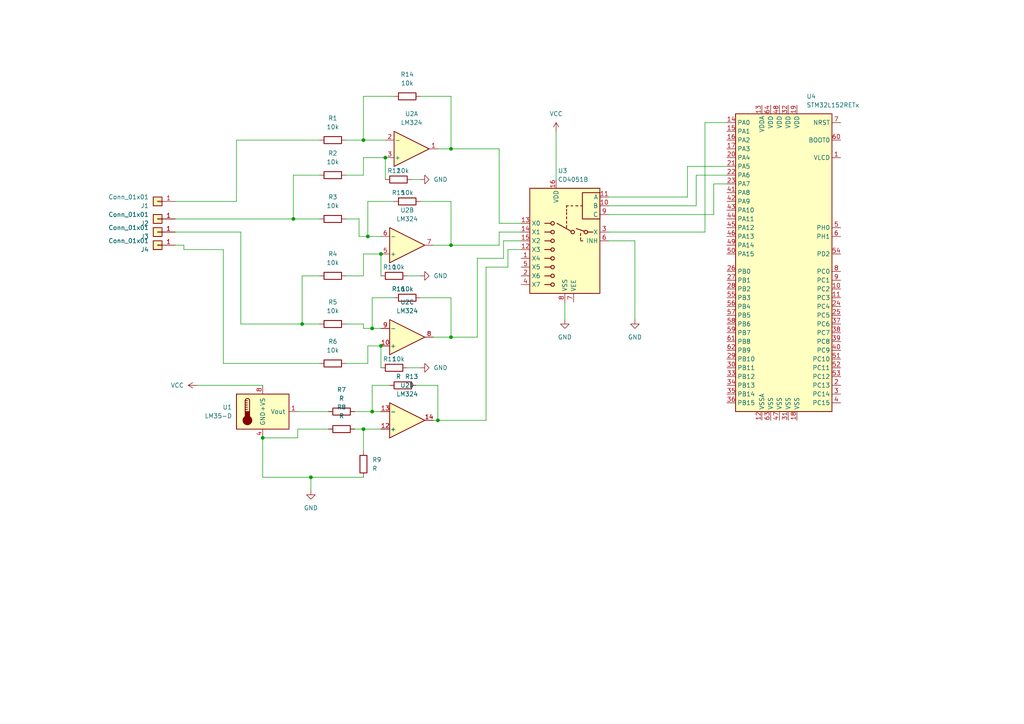
<source format=kicad_sch>
(kicad_sch (version 20211123) (generator eeschema)

  (uuid 213a2af1-412b-47f4-ab3b-c5f43b6be7a6)

  (paper "A4")

  (lib_symbols
    (symbol "Amplifier_Operational:LM324" (pin_names (offset 0.127)) (in_bom yes) (on_board yes)
      (property "Reference" "U" (id 0) (at 0 5.08 0)
        (effects (font (size 1.27 1.27)) (justify left))
      )
      (property "Value" "LM324" (id 1) (at 0 -5.08 0)
        (effects (font (size 1.27 1.27)) (justify left))
      )
      (property "Footprint" "" (id 2) (at -1.27 2.54 0)
        (effects (font (size 1.27 1.27)) hide)
      )
      (property "Datasheet" "http://www.ti.com/lit/ds/symlink/lm2902-n.pdf" (id 3) (at 1.27 5.08 0)
        (effects (font (size 1.27 1.27)) hide)
      )
      (property "ki_locked" "" (id 4) (at 0 0 0)
        (effects (font (size 1.27 1.27)))
      )
      (property "ki_keywords" "quad opamp" (id 5) (at 0 0 0)
        (effects (font (size 1.27 1.27)) hide)
      )
      (property "ki_description" "Low-Power, Quad-Operational Amplifiers, DIP-14/SOIC-14/SSOP-14" (id 6) (at 0 0 0)
        (effects (font (size 1.27 1.27)) hide)
      )
      (property "ki_fp_filters" "SOIC*3.9x8.7mm*P1.27mm* DIP*W7.62mm* TSSOP*4.4x5mm*P0.65mm* SSOP*5.3x6.2mm*P0.65mm* MSOP*3x3mm*P0.5mm*" (id 7) (at 0 0 0)
        (effects (font (size 1.27 1.27)) hide)
      )
      (symbol "LM324_1_1"
        (polyline
          (pts
            (xy -5.08 5.08)
            (xy 5.08 0)
            (xy -5.08 -5.08)
            (xy -5.08 5.08)
          )
          (stroke (width 0.254) (type default) (color 0 0 0 0))
          (fill (type background))
        )
        (pin output line (at 7.62 0 180) (length 2.54)
          (name "~" (effects (font (size 1.27 1.27))))
          (number "1" (effects (font (size 1.27 1.27))))
        )
        (pin input line (at -7.62 -2.54 0) (length 2.54)
          (name "-" (effects (font (size 1.27 1.27))))
          (number "2" (effects (font (size 1.27 1.27))))
        )
        (pin input line (at -7.62 2.54 0) (length 2.54)
          (name "+" (effects (font (size 1.27 1.27))))
          (number "3" (effects (font (size 1.27 1.27))))
        )
      )
      (symbol "LM324_2_1"
        (polyline
          (pts
            (xy -5.08 5.08)
            (xy 5.08 0)
            (xy -5.08 -5.08)
            (xy -5.08 5.08)
          )
          (stroke (width 0.254) (type default) (color 0 0 0 0))
          (fill (type background))
        )
        (pin input line (at -7.62 2.54 0) (length 2.54)
          (name "+" (effects (font (size 1.27 1.27))))
          (number "5" (effects (font (size 1.27 1.27))))
        )
        (pin input line (at -7.62 -2.54 0) (length 2.54)
          (name "-" (effects (font (size 1.27 1.27))))
          (number "6" (effects (font (size 1.27 1.27))))
        )
        (pin output line (at 7.62 0 180) (length 2.54)
          (name "~" (effects (font (size 1.27 1.27))))
          (number "7" (effects (font (size 1.27 1.27))))
        )
      )
      (symbol "LM324_3_1"
        (polyline
          (pts
            (xy -5.08 5.08)
            (xy 5.08 0)
            (xy -5.08 -5.08)
            (xy -5.08 5.08)
          )
          (stroke (width 0.254) (type default) (color 0 0 0 0))
          (fill (type background))
        )
        (pin input line (at -7.62 2.54 0) (length 2.54)
          (name "+" (effects (font (size 1.27 1.27))))
          (number "10" (effects (font (size 1.27 1.27))))
        )
        (pin output line (at 7.62 0 180) (length 2.54)
          (name "~" (effects (font (size 1.27 1.27))))
          (number "8" (effects (font (size 1.27 1.27))))
        )
        (pin input line (at -7.62 -2.54 0) (length 2.54)
          (name "-" (effects (font (size 1.27 1.27))))
          (number "9" (effects (font (size 1.27 1.27))))
        )
      )
      (symbol "LM324_4_1"
        (polyline
          (pts
            (xy -5.08 5.08)
            (xy 5.08 0)
            (xy -5.08 -5.08)
            (xy -5.08 5.08)
          )
          (stroke (width 0.254) (type default) (color 0 0 0 0))
          (fill (type background))
        )
        (pin input line (at -7.62 2.54 0) (length 2.54)
          (name "+" (effects (font (size 1.27 1.27))))
          (number "12" (effects (font (size 1.27 1.27))))
        )
        (pin input line (at -7.62 -2.54 0) (length 2.54)
          (name "-" (effects (font (size 1.27 1.27))))
          (number "13" (effects (font (size 1.27 1.27))))
        )
        (pin output line (at 7.62 0 180) (length 2.54)
          (name "~" (effects (font (size 1.27 1.27))))
          (number "14" (effects (font (size 1.27 1.27))))
        )
      )
      (symbol "LM324_5_1"
        (pin power_in line (at -2.54 -7.62 90) (length 3.81)
          (name "V-" (effects (font (size 1.27 1.27))))
          (number "11" (effects (font (size 1.27 1.27))))
        )
        (pin power_in line (at -2.54 7.62 270) (length 3.81)
          (name "V+" (effects (font (size 1.27 1.27))))
          (number "4" (effects (font (size 1.27 1.27))))
        )
      )
    )
    (symbol "Analog_Switch:CD4051B" (in_bom yes) (on_board yes)
      (property "Reference" "U" (id 0) (at -10.16 16.51 0)
        (effects (font (size 1.27 1.27)) (justify left))
      )
      (property "Value" "CD4051B" (id 1) (at 3.81 16.51 0)
        (effects (font (size 1.27 1.27)) (justify left))
      )
      (property "Footprint" "" (id 2) (at 3.81 -19.05 0)
        (effects (font (size 1.27 1.27)) (justify left) hide)
      )
      (property "Datasheet" "http://www.ti.com/lit/ds/symlink/cd4052b.pdf" (id 3) (at -0.508 2.54 0)
        (effects (font (size 1.27 1.27)) hide)
      )
      (property "ki_keywords" "analog switch selector multiplexer" (id 4) (at 0 0 0)
        (effects (font (size 1.27 1.27)) hide)
      )
      (property "ki_description" "CMOS single 8-channel analog multiplexer demultiplexer, TSSOP-16/DIP-16/SOIC-16" (id 5) (at 0 0 0)
        (effects (font (size 1.27 1.27)) hide)
      )
      (property "ki_fp_filters" "TSSOP*4.4x5mm*P0.65mm* DIP*W7.62* SOIC*3.9x9.9mm*P1.27mm* SO*5.3x10.2mm*P1.27mm*" (id 6) (at 0 0 0)
        (effects (font (size 1.27 1.27)) hide)
      )
      (symbol "CD4051B_0_1"
        (rectangle (start -10.16 6.35) (end -5.08 13.97)
          (stroke (width 0.254) (type default) (color 0 0 0 0))
          (fill (type none))
        )
        (rectangle (start -10.16 15.24) (end 10.16 -15.24)
          (stroke (width 0.254) (type default) (color 0 0 0 0))
          (fill (type background))
        )
        (circle (center -6.096 2.54) (radius 0.508)
          (stroke (width 0.254) (type default) (color 0 0 0 0))
          (fill (type none))
        )
        (circle (center -2.286 2.54) (radius 0.508)
          (stroke (width 0.254) (type default) (color 0 0 0 0))
          (fill (type none))
        )
        (polyline
          (pts
            (xy -8.128 2.54)
            (xy -6.604 2.54)
          )
          (stroke (width 0.254) (type default) (color 0 0 0 0))
          (fill (type none))
        )
        (polyline
          (pts
            (xy -5.588 2.794)
            (xy -3.302 3.556)
          )
          (stroke (width 0.254) (type default) (color 0 0 0 0))
          (fill (type none))
        )
        (polyline
          (pts
            (xy -4.572 0)
            (xy -5.207 0)
          )
          (stroke (width 0.254) (type default) (color 0 0 0 0))
          (fill (type none))
        )
        (polyline
          (pts
            (xy -4.572 0.254)
            (xy -4.572 0.889)
          )
          (stroke (width 0.254) (type default) (color 0 0 0 0))
          (fill (type none))
        )
        (polyline
          (pts
            (xy -4.572 1.524)
            (xy -4.572 2.159)
          )
          (stroke (width 0.254) (type default) (color 0 0 0 0))
          (fill (type none))
        )
        (polyline
          (pts
            (xy -4.572 10.16)
            (xy -5.08 10.16)
          )
          (stroke (width 0.254) (type default) (color 0 0 0 0))
          (fill (type none))
        )
        (polyline
          (pts
            (xy -3.81 10.16)
            (xy -3.175 10.16)
          )
          (stroke (width 0.254) (type default) (color 0 0 0 0))
          (fill (type none))
        )
        (polyline
          (pts
            (xy -1.778 2.794)
            (xy 2.286 5.08)
          )
          (stroke (width 0.254) (type default) (color 0 0 0 0))
          (fill (type none))
        )
        (polyline
          (pts
            (xy -1.778 10.16)
            (xy -2.286 10.16)
          )
          (stroke (width 0.254) (type default) (color 0 0 0 0))
          (fill (type none))
        )
        (polyline
          (pts
            (xy -0.508 3.81)
            (xy -0.508 4.445)
          )
          (stroke (width 0.254) (type default) (color 0 0 0 0))
          (fill (type none))
        )
        (polyline
          (pts
            (xy -0.508 5.08)
            (xy -0.508 5.715)
          )
          (stroke (width 0.254) (type default) (color 0 0 0 0))
          (fill (type none))
        )
        (polyline
          (pts
            (xy -0.508 6.35)
            (xy -0.508 6.985)
          )
          (stroke (width 0.254) (type default) (color 0 0 0 0))
          (fill (type none))
        )
        (polyline
          (pts
            (xy -0.508 7.62)
            (xy -0.508 8.255)
          )
          (stroke (width 0.254) (type default) (color 0 0 0 0))
          (fill (type none))
        )
        (polyline
          (pts
            (xy -0.508 8.636)
            (xy -0.508 9.144)
          )
          (stroke (width 0.254) (type default) (color 0 0 0 0))
          (fill (type none))
        )
        (polyline
          (pts
            (xy -0.508 9.652)
            (xy -0.508 10.16)
          )
          (stroke (width 0.254) (type default) (color 0 0 0 0))
          (fill (type none))
        )
        (polyline
          (pts
            (xy -0.508 10.16)
            (xy -1.016 10.16)
          )
          (stroke (width 0.254) (type default) (color 0 0 0 0))
          (fill (type none))
        )
        (polyline
          (pts
            (xy 4.064 -12.7)
            (xy 5.842 -12.7)
          )
          (stroke (width 0.254) (type default) (color 0 0 0 0))
          (fill (type none))
        )
        (polyline
          (pts
            (xy 4.064 -10.16)
            (xy 5.842 -10.16)
          )
          (stroke (width 0.254) (type default) (color 0 0 0 0))
          (fill (type none))
        )
        (polyline
          (pts
            (xy 4.064 -7.62)
            (xy 5.842 -7.62)
          )
          (stroke (width 0.254) (type default) (color 0 0 0 0))
          (fill (type none))
        )
        (polyline
          (pts
            (xy 4.064 -5.08)
            (xy 5.842 -5.08)
          )
          (stroke (width 0.254) (type default) (color 0 0 0 0))
          (fill (type none))
        )
        (polyline
          (pts
            (xy 4.064 -2.54)
            (xy 5.842 -2.54)
          )
          (stroke (width 0.254) (type default) (color 0 0 0 0))
          (fill (type none))
        )
        (polyline
          (pts
            (xy 4.064 0)
            (xy 5.842 0)
          )
          (stroke (width 0.254) (type default) (color 0 0 0 0))
          (fill (type none))
        )
        (polyline
          (pts
            (xy 4.064 2.54)
            (xy 5.842 2.54)
          )
          (stroke (width 0.254) (type default) (color 0 0 0 0))
          (fill (type none))
        )
        (polyline
          (pts
            (xy 4.064 5.08)
            (xy 5.842 5.08)
          )
          (stroke (width 0.254) (type default) (color 0 0 0 0))
          (fill (type none))
        )
        (circle (center 3.556 -12.7) (radius 0.508)
          (stroke (width 0.254) (type default) (color 0 0 0 0))
          (fill (type none))
        )
        (circle (center 3.556 -10.16) (radius 0.508)
          (stroke (width 0.254) (type default) (color 0 0 0 0))
          (fill (type none))
        )
        (circle (center 3.556 -7.62) (radius 0.508)
          (stroke (width 0.254) (type default) (color 0 0 0 0))
          (fill (type none))
        )
        (circle (center 3.556 -5.08) (radius 0.508)
          (stroke (width 0.254) (type default) (color 0 0 0 0))
          (fill (type none))
        )
        (circle (center 3.556 -2.54) (radius 0.508)
          (stroke (width 0.254) (type default) (color 0 0 0 0))
          (fill (type none))
        )
        (circle (center 3.556 0) (radius 0.508)
          (stroke (width 0.254) (type default) (color 0 0 0 0))
          (fill (type none))
        )
        (circle (center 3.556 2.54) (radius 0.508)
          (stroke (width 0.254) (type default) (color 0 0 0 0))
          (fill (type none))
        )
        (circle (center 3.556 5.08) (radius 0.508)
          (stroke (width 0.254) (type default) (color 0 0 0 0))
          (fill (type none))
        )
      )
      (symbol "CD4051B_1_1"
        (pin bidirectional line (at 12.7 -5.08 180) (length 2.54)
          (name "X4" (effects (font (size 1.27 1.27))))
          (number "1" (effects (font (size 1.27 1.27))))
        )
        (pin input line (at -12.7 10.16 0) (length 2.54)
          (name "B" (effects (font (size 1.27 1.27))))
          (number "10" (effects (font (size 1.27 1.27))))
        )
        (pin input line (at -12.7 12.7 0) (length 2.54)
          (name "A" (effects (font (size 1.27 1.27))))
          (number "11" (effects (font (size 1.27 1.27))))
        )
        (pin bidirectional line (at 12.7 -2.54 180) (length 2.54)
          (name "X3" (effects (font (size 1.27 1.27))))
          (number "12" (effects (font (size 1.27 1.27))))
        )
        (pin bidirectional line (at 12.7 5.08 180) (length 2.54)
          (name "X0" (effects (font (size 1.27 1.27))))
          (number "13" (effects (font (size 1.27 1.27))))
        )
        (pin bidirectional line (at 12.7 2.54 180) (length 2.54)
          (name "X1" (effects (font (size 1.27 1.27))))
          (number "14" (effects (font (size 1.27 1.27))))
        )
        (pin bidirectional line (at 12.7 0 180) (length 2.54)
          (name "X2" (effects (font (size 1.27 1.27))))
          (number "15" (effects (font (size 1.27 1.27))))
        )
        (pin power_in line (at 2.54 17.78 270) (length 2.54)
          (name "VDD" (effects (font (size 1.27 1.27))))
          (number "16" (effects (font (size 1.27 1.27))))
        )
        (pin bidirectional line (at 12.7 -10.16 180) (length 2.54)
          (name "X6" (effects (font (size 1.27 1.27))))
          (number "2" (effects (font (size 1.27 1.27))))
        )
        (pin bidirectional line (at -12.7 2.54 0) (length 2.54)
          (name "X" (effects (font (size 1.27 1.27))))
          (number "3" (effects (font (size 1.27 1.27))))
        )
        (pin bidirectional line (at 12.7 -12.7 180) (length 2.54)
          (name "X7" (effects (font (size 1.27 1.27))))
          (number "4" (effects (font (size 1.27 1.27))))
        )
        (pin bidirectional line (at 12.7 -7.62 180) (length 2.54)
          (name "X5" (effects (font (size 1.27 1.27))))
          (number "5" (effects (font (size 1.27 1.27))))
        )
        (pin input line (at -12.7 0 0) (length 2.54)
          (name "INH" (effects (font (size 1.27 1.27))))
          (number "6" (effects (font (size 1.27 1.27))))
        )
        (pin power_in line (at -2.54 -17.78 90) (length 2.54)
          (name "VEE" (effects (font (size 1.27 1.27))))
          (number "7" (effects (font (size 1.27 1.27))))
        )
        (pin power_in line (at 0 -17.78 90) (length 2.54)
          (name "VSS" (effects (font (size 1.27 1.27))))
          (number "8" (effects (font (size 1.27 1.27))))
        )
        (pin input line (at -12.7 7.62 0) (length 2.54)
          (name "C" (effects (font (size 1.27 1.27))))
          (number "9" (effects (font (size 1.27 1.27))))
        )
      )
    )
    (symbol "Connector_Generic:Conn_01x01" (pin_names (offset 1.016) hide) (in_bom yes) (on_board yes)
      (property "Reference" "J" (id 0) (at 0 2.54 0)
        (effects (font (size 1.27 1.27)))
      )
      (property "Value" "Conn_01x01" (id 1) (at 0 -2.54 0)
        (effects (font (size 1.27 1.27)))
      )
      (property "Footprint" "" (id 2) (at 0 0 0)
        (effects (font (size 1.27 1.27)) hide)
      )
      (property "Datasheet" "~" (id 3) (at 0 0 0)
        (effects (font (size 1.27 1.27)) hide)
      )
      (property "ki_keywords" "connector" (id 4) (at 0 0 0)
        (effects (font (size 1.27 1.27)) hide)
      )
      (property "ki_description" "Generic connector, single row, 01x01, script generated (kicad-library-utils/schlib/autogen/connector/)" (id 5) (at 0 0 0)
        (effects (font (size 1.27 1.27)) hide)
      )
      (property "ki_fp_filters" "Connector*:*_1x??_*" (id 6) (at 0 0 0)
        (effects (font (size 1.27 1.27)) hide)
      )
      (symbol "Conn_01x01_1_1"
        (rectangle (start -1.27 0.127) (end 0 -0.127)
          (stroke (width 0.1524) (type default) (color 0 0 0 0))
          (fill (type none))
        )
        (rectangle (start -1.27 1.27) (end 1.27 -1.27)
          (stroke (width 0.254) (type default) (color 0 0 0 0))
          (fill (type background))
        )
        (pin passive line (at -5.08 0 0) (length 3.81)
          (name "Pin_1" (effects (font (size 1.27 1.27))))
          (number "1" (effects (font (size 1.27 1.27))))
        )
      )
    )
    (symbol "Device:R" (pin_numbers hide) (pin_names (offset 0)) (in_bom yes) (on_board yes)
      (property "Reference" "R" (id 0) (at 2.032 0 90)
        (effects (font (size 1.27 1.27)))
      )
      (property "Value" "R" (id 1) (at 0 0 90)
        (effects (font (size 1.27 1.27)))
      )
      (property "Footprint" "" (id 2) (at -1.778 0 90)
        (effects (font (size 1.27 1.27)) hide)
      )
      (property "Datasheet" "~" (id 3) (at 0 0 0)
        (effects (font (size 1.27 1.27)) hide)
      )
      (property "ki_keywords" "R res resistor" (id 4) (at 0 0 0)
        (effects (font (size 1.27 1.27)) hide)
      )
      (property "ki_description" "Resistor" (id 5) (at 0 0 0)
        (effects (font (size 1.27 1.27)) hide)
      )
      (property "ki_fp_filters" "R_*" (id 6) (at 0 0 0)
        (effects (font (size 1.27 1.27)) hide)
      )
      (symbol "R_0_1"
        (rectangle (start -1.016 -2.54) (end 1.016 2.54)
          (stroke (width 0.254) (type default) (color 0 0 0 0))
          (fill (type none))
        )
      )
      (symbol "R_1_1"
        (pin passive line (at 0 3.81 270) (length 1.27)
          (name "~" (effects (font (size 1.27 1.27))))
          (number "1" (effects (font (size 1.27 1.27))))
        )
        (pin passive line (at 0 -3.81 90) (length 1.27)
          (name "~" (effects (font (size 1.27 1.27))))
          (number "2" (effects (font (size 1.27 1.27))))
        )
      )
    )
    (symbol "MCU_ST_STM32L1:STM32L152RETx" (in_bom yes) (on_board yes)
      (property "Reference" "U" (id 0) (at -15.24 44.45 0)
        (effects (font (size 1.27 1.27)) (justify left))
      )
      (property "Value" "STM32L152RETx" (id 1) (at 7.62 44.45 0)
        (effects (font (size 1.27 1.27)) (justify left))
      )
      (property "Footprint" "Package_QFP:LQFP-64_10x10mm_P0.5mm" (id 2) (at -15.24 -43.18 0)
        (effects (font (size 1.27 1.27)) (justify right) hide)
      )
      (property "Datasheet" "http://www.st.com/st-web-ui/static/active/en/resource/technical/document/datasheet/DM00098321.pdf" (id 3) (at 0 0 0)
        (effects (font (size 1.27 1.27)) hide)
      )
      (property "ki_keywords" "ARM Cortex-M3 STM32L1 STM32L151/152" (id 4) (at 0 0 0)
        (effects (font (size 1.27 1.27)) hide)
      )
      (property "ki_description" "ARM Cortex-M3 MCU, 512KB flash, 80KB RAM, 32MHz, 1.65-3.6V, 51 GPIO, LQFP-64" (id 5) (at 0 0 0)
        (effects (font (size 1.27 1.27)) hide)
      )
      (property "ki_fp_filters" "LQFP*10x10mm*P0.5mm*" (id 6) (at 0 0 0)
        (effects (font (size 1.27 1.27)) hide)
      )
      (symbol "STM32L152RETx_0_1"
        (rectangle (start -15.24 -43.18) (end 12.7 43.18)
          (stroke (width 0.254) (type default) (color 0 0 0 0))
          (fill (type background))
        )
      )
      (symbol "STM32L152RETx_1_1"
        (pin power_in line (at -17.78 30.48 0) (length 2.54)
          (name "VLCD" (effects (font (size 1.27 1.27))))
          (number "1" (effects (font (size 1.27 1.27))))
        )
        (pin bidirectional line (at -17.78 -7.62 0) (length 2.54)
          (name "PC2" (effects (font (size 1.27 1.27))))
          (number "10" (effects (font (size 1.27 1.27))))
        )
        (pin bidirectional line (at -17.78 -10.16 0) (length 2.54)
          (name "PC3" (effects (font (size 1.27 1.27))))
          (number "11" (effects (font (size 1.27 1.27))))
        )
        (pin power_in line (at 5.08 -45.72 90) (length 2.54)
          (name "VSSA" (effects (font (size 1.27 1.27))))
          (number "12" (effects (font (size 1.27 1.27))))
        )
        (pin power_in line (at 5.08 45.72 270) (length 2.54)
          (name "VDDA" (effects (font (size 1.27 1.27))))
          (number "13" (effects (font (size 1.27 1.27))))
        )
        (pin bidirectional line (at 15.24 40.64 180) (length 2.54)
          (name "PA0" (effects (font (size 1.27 1.27))))
          (number "14" (effects (font (size 1.27 1.27))))
        )
        (pin bidirectional line (at 15.24 38.1 180) (length 2.54)
          (name "PA1" (effects (font (size 1.27 1.27))))
          (number "15" (effects (font (size 1.27 1.27))))
        )
        (pin bidirectional line (at 15.24 35.56 180) (length 2.54)
          (name "PA2" (effects (font (size 1.27 1.27))))
          (number "16" (effects (font (size 1.27 1.27))))
        )
        (pin bidirectional line (at 15.24 33.02 180) (length 2.54)
          (name "PA3" (effects (font (size 1.27 1.27))))
          (number "17" (effects (font (size 1.27 1.27))))
        )
        (pin power_in line (at -5.08 -45.72 90) (length 2.54)
          (name "VSS" (effects (font (size 1.27 1.27))))
          (number "18" (effects (font (size 1.27 1.27))))
        )
        (pin power_in line (at -5.08 45.72 270) (length 2.54)
          (name "VDD" (effects (font (size 1.27 1.27))))
          (number "19" (effects (font (size 1.27 1.27))))
        )
        (pin bidirectional line (at -17.78 -35.56 0) (length 2.54)
          (name "PC13" (effects (font (size 1.27 1.27))))
          (number "2" (effects (font (size 1.27 1.27))))
        )
        (pin bidirectional line (at 15.24 30.48 180) (length 2.54)
          (name "PA4" (effects (font (size 1.27 1.27))))
          (number "20" (effects (font (size 1.27 1.27))))
        )
        (pin bidirectional line (at 15.24 27.94 180) (length 2.54)
          (name "PA5" (effects (font (size 1.27 1.27))))
          (number "21" (effects (font (size 1.27 1.27))))
        )
        (pin bidirectional line (at 15.24 25.4 180) (length 2.54)
          (name "PA6" (effects (font (size 1.27 1.27))))
          (number "22" (effects (font (size 1.27 1.27))))
        )
        (pin bidirectional line (at 15.24 22.86 180) (length 2.54)
          (name "PA7" (effects (font (size 1.27 1.27))))
          (number "23" (effects (font (size 1.27 1.27))))
        )
        (pin bidirectional line (at -17.78 -12.7 0) (length 2.54)
          (name "PC4" (effects (font (size 1.27 1.27))))
          (number "24" (effects (font (size 1.27 1.27))))
        )
        (pin bidirectional line (at -17.78 -15.24 0) (length 2.54)
          (name "PC5" (effects (font (size 1.27 1.27))))
          (number "25" (effects (font (size 1.27 1.27))))
        )
        (pin bidirectional line (at 15.24 -2.54 180) (length 2.54)
          (name "PB0" (effects (font (size 1.27 1.27))))
          (number "26" (effects (font (size 1.27 1.27))))
        )
        (pin bidirectional line (at 15.24 -5.08 180) (length 2.54)
          (name "PB1" (effects (font (size 1.27 1.27))))
          (number "27" (effects (font (size 1.27 1.27))))
        )
        (pin bidirectional line (at 15.24 -7.62 180) (length 2.54)
          (name "PB2" (effects (font (size 1.27 1.27))))
          (number "28" (effects (font (size 1.27 1.27))))
        )
        (pin bidirectional line (at 15.24 -27.94 180) (length 2.54)
          (name "PB10" (effects (font (size 1.27 1.27))))
          (number "29" (effects (font (size 1.27 1.27))))
        )
        (pin bidirectional line (at -17.78 -38.1 0) (length 2.54)
          (name "PC14" (effects (font (size 1.27 1.27))))
          (number "3" (effects (font (size 1.27 1.27))))
        )
        (pin bidirectional line (at 15.24 -30.48 180) (length 2.54)
          (name "PB11" (effects (font (size 1.27 1.27))))
          (number "30" (effects (font (size 1.27 1.27))))
        )
        (pin power_in line (at -2.54 -45.72 90) (length 2.54)
          (name "VSS" (effects (font (size 1.27 1.27))))
          (number "31" (effects (font (size 1.27 1.27))))
        )
        (pin power_in line (at -2.54 45.72 270) (length 2.54)
          (name "VDD" (effects (font (size 1.27 1.27))))
          (number "32" (effects (font (size 1.27 1.27))))
        )
        (pin bidirectional line (at 15.24 -33.02 180) (length 2.54)
          (name "PB12" (effects (font (size 1.27 1.27))))
          (number "33" (effects (font (size 1.27 1.27))))
        )
        (pin bidirectional line (at 15.24 -35.56 180) (length 2.54)
          (name "PB13" (effects (font (size 1.27 1.27))))
          (number "34" (effects (font (size 1.27 1.27))))
        )
        (pin bidirectional line (at 15.24 -38.1 180) (length 2.54)
          (name "PB14" (effects (font (size 1.27 1.27))))
          (number "35" (effects (font (size 1.27 1.27))))
        )
        (pin bidirectional line (at 15.24 -40.64 180) (length 2.54)
          (name "PB15" (effects (font (size 1.27 1.27))))
          (number "36" (effects (font (size 1.27 1.27))))
        )
        (pin bidirectional line (at -17.78 -17.78 0) (length 2.54)
          (name "PC6" (effects (font (size 1.27 1.27))))
          (number "37" (effects (font (size 1.27 1.27))))
        )
        (pin bidirectional line (at -17.78 -20.32 0) (length 2.54)
          (name "PC7" (effects (font (size 1.27 1.27))))
          (number "38" (effects (font (size 1.27 1.27))))
        )
        (pin bidirectional line (at -17.78 -22.86 0) (length 2.54)
          (name "PC8" (effects (font (size 1.27 1.27))))
          (number "39" (effects (font (size 1.27 1.27))))
        )
        (pin bidirectional line (at -17.78 -40.64 0) (length 2.54)
          (name "PC15" (effects (font (size 1.27 1.27))))
          (number "4" (effects (font (size 1.27 1.27))))
        )
        (pin bidirectional line (at -17.78 -25.4 0) (length 2.54)
          (name "PC9" (effects (font (size 1.27 1.27))))
          (number "40" (effects (font (size 1.27 1.27))))
        )
        (pin bidirectional line (at 15.24 20.32 180) (length 2.54)
          (name "PA8" (effects (font (size 1.27 1.27))))
          (number "41" (effects (font (size 1.27 1.27))))
        )
        (pin bidirectional line (at 15.24 17.78 180) (length 2.54)
          (name "PA9" (effects (font (size 1.27 1.27))))
          (number "42" (effects (font (size 1.27 1.27))))
        )
        (pin bidirectional line (at 15.24 15.24 180) (length 2.54)
          (name "PA10" (effects (font (size 1.27 1.27))))
          (number "43" (effects (font (size 1.27 1.27))))
        )
        (pin bidirectional line (at 15.24 12.7 180) (length 2.54)
          (name "PA11" (effects (font (size 1.27 1.27))))
          (number "44" (effects (font (size 1.27 1.27))))
        )
        (pin bidirectional line (at 15.24 10.16 180) (length 2.54)
          (name "PA12" (effects (font (size 1.27 1.27))))
          (number "45" (effects (font (size 1.27 1.27))))
        )
        (pin bidirectional line (at 15.24 7.62 180) (length 2.54)
          (name "PA13" (effects (font (size 1.27 1.27))))
          (number "46" (effects (font (size 1.27 1.27))))
        )
        (pin power_in line (at 0 -45.72 90) (length 2.54)
          (name "VSS" (effects (font (size 1.27 1.27))))
          (number "47" (effects (font (size 1.27 1.27))))
        )
        (pin power_in line (at 0 45.72 270) (length 2.54)
          (name "VDD" (effects (font (size 1.27 1.27))))
          (number "48" (effects (font (size 1.27 1.27))))
        )
        (pin bidirectional line (at 15.24 5.08 180) (length 2.54)
          (name "PA14" (effects (font (size 1.27 1.27))))
          (number "49" (effects (font (size 1.27 1.27))))
        )
        (pin input line (at -17.78 10.16 0) (length 2.54)
          (name "PH0" (effects (font (size 1.27 1.27))))
          (number "5" (effects (font (size 1.27 1.27))))
        )
        (pin bidirectional line (at 15.24 2.54 180) (length 2.54)
          (name "PA15" (effects (font (size 1.27 1.27))))
          (number "50" (effects (font (size 1.27 1.27))))
        )
        (pin bidirectional line (at -17.78 -27.94 0) (length 2.54)
          (name "PC10" (effects (font (size 1.27 1.27))))
          (number "51" (effects (font (size 1.27 1.27))))
        )
        (pin bidirectional line (at -17.78 -30.48 0) (length 2.54)
          (name "PC11" (effects (font (size 1.27 1.27))))
          (number "52" (effects (font (size 1.27 1.27))))
        )
        (pin bidirectional line (at -17.78 -33.02 0) (length 2.54)
          (name "PC12" (effects (font (size 1.27 1.27))))
          (number "53" (effects (font (size 1.27 1.27))))
        )
        (pin bidirectional line (at -17.78 2.54 0) (length 2.54)
          (name "PD2" (effects (font (size 1.27 1.27))))
          (number "54" (effects (font (size 1.27 1.27))))
        )
        (pin bidirectional line (at 15.24 -10.16 180) (length 2.54)
          (name "PB3" (effects (font (size 1.27 1.27))))
          (number "55" (effects (font (size 1.27 1.27))))
        )
        (pin bidirectional line (at 15.24 -12.7 180) (length 2.54)
          (name "PB4" (effects (font (size 1.27 1.27))))
          (number "56" (effects (font (size 1.27 1.27))))
        )
        (pin bidirectional line (at 15.24 -15.24 180) (length 2.54)
          (name "PB5" (effects (font (size 1.27 1.27))))
          (number "57" (effects (font (size 1.27 1.27))))
        )
        (pin bidirectional line (at 15.24 -17.78 180) (length 2.54)
          (name "PB6" (effects (font (size 1.27 1.27))))
          (number "58" (effects (font (size 1.27 1.27))))
        )
        (pin bidirectional line (at 15.24 -20.32 180) (length 2.54)
          (name "PB7" (effects (font (size 1.27 1.27))))
          (number "59" (effects (font (size 1.27 1.27))))
        )
        (pin input line (at -17.78 7.62 0) (length 2.54)
          (name "PH1" (effects (font (size 1.27 1.27))))
          (number "6" (effects (font (size 1.27 1.27))))
        )
        (pin input line (at -17.78 35.56 0) (length 2.54)
          (name "BOOT0" (effects (font (size 1.27 1.27))))
          (number "60" (effects (font (size 1.27 1.27))))
        )
        (pin bidirectional line (at 15.24 -22.86 180) (length 2.54)
          (name "PB8" (effects (font (size 1.27 1.27))))
          (number "61" (effects (font (size 1.27 1.27))))
        )
        (pin bidirectional line (at 15.24 -25.4 180) (length 2.54)
          (name "PB9" (effects (font (size 1.27 1.27))))
          (number "62" (effects (font (size 1.27 1.27))))
        )
        (pin power_in line (at 2.54 -45.72 90) (length 2.54)
          (name "VSS" (effects (font (size 1.27 1.27))))
          (number "63" (effects (font (size 1.27 1.27))))
        )
        (pin power_in line (at 2.54 45.72 270) (length 2.54)
          (name "VDD" (effects (font (size 1.27 1.27))))
          (number "64" (effects (font (size 1.27 1.27))))
        )
        (pin input line (at -17.78 40.64 0) (length 2.54)
          (name "NRST" (effects (font (size 1.27 1.27))))
          (number "7" (effects (font (size 1.27 1.27))))
        )
        (pin bidirectional line (at -17.78 -2.54 0) (length 2.54)
          (name "PC0" (effects (font (size 1.27 1.27))))
          (number "8" (effects (font (size 1.27 1.27))))
        )
        (pin bidirectional line (at -17.78 -5.08 0) (length 2.54)
          (name "PC1" (effects (font (size 1.27 1.27))))
          (number "9" (effects (font (size 1.27 1.27))))
        )
      )
    )
    (symbol "Sensor_Temperature:LM35-D" (pin_names (offset 1.016)) (in_bom yes) (on_board yes)
      (property "Reference" "U" (id 0) (at -6.35 6.35 0)
        (effects (font (size 1.27 1.27)))
      )
      (property "Value" "LM35-D" (id 1) (at 1.27 6.35 0)
        (effects (font (size 1.27 1.27)) (justify left))
      )
      (property "Footprint" "Package_SO:SOIC-8_3.9x4.9mm_P1.27mm" (id 2) (at 0 -10.16 0)
        (effects (font (size 1.27 1.27)) hide)
      )
      (property "Datasheet" "http://www.ti.com/lit/ds/symlink/lm35.pdf" (id 3) (at 0 0 0)
        (effects (font (size 1.27 1.27)) hide)
      )
      (property "ki_keywords" "temperature sensor thermistor" (id 4) (at 0 0 0)
        (effects (font (size 1.27 1.27)) hide)
      )
      (property "ki_description" "Precision centigrade temperature sensor, SOIC-8" (id 5) (at 0 0 0)
        (effects (font (size 1.27 1.27)) hide)
      )
      (property "ki_fp_filters" "SOIC*" (id 6) (at 0 0 0)
        (effects (font (size 1.27 1.27)) hide)
      )
      (symbol "LM35-D_0_1"
        (rectangle (start -7.62 5.08) (end 7.62 -5.08)
          (stroke (width 0.254) (type default) (color 0 0 0 0))
          (fill (type background))
        )
        (circle (center -4.445 -2.54) (radius 1.27)
          (stroke (width 0.254) (type default) (color 0 0 0 0))
          (fill (type outline))
        )
        (rectangle (start -3.81 -1.905) (end -5.08 0)
          (stroke (width 0.254) (type default) (color 0 0 0 0))
          (fill (type outline))
        )
        (arc (start -3.81 3.175) (mid -4.445 3.81) (end -5.08 3.175)
          (stroke (width 0.254) (type default) (color 0 0 0 0))
          (fill (type none))
        )
        (polyline
          (pts
            (xy -5.08 0.635)
            (xy -4.445 0.635)
          )
          (stroke (width 0.254) (type default) (color 0 0 0 0))
          (fill (type none))
        )
        (polyline
          (pts
            (xy -5.08 1.27)
            (xy -4.445 1.27)
          )
          (stroke (width 0.254) (type default) (color 0 0 0 0))
          (fill (type none))
        )
        (polyline
          (pts
            (xy -5.08 1.905)
            (xy -4.445 1.905)
          )
          (stroke (width 0.254) (type default) (color 0 0 0 0))
          (fill (type none))
        )
        (polyline
          (pts
            (xy -5.08 2.54)
            (xy -4.445 2.54)
          )
          (stroke (width 0.254) (type default) (color 0 0 0 0))
          (fill (type none))
        )
        (polyline
          (pts
            (xy -5.08 3.175)
            (xy -5.08 0)
          )
          (stroke (width 0.254) (type default) (color 0 0 0 0))
          (fill (type none))
        )
        (polyline
          (pts
            (xy -5.08 3.175)
            (xy -4.445 3.175)
          )
          (stroke (width 0.254) (type default) (color 0 0 0 0))
          (fill (type none))
        )
        (polyline
          (pts
            (xy -3.81 3.175)
            (xy -3.81 0)
          )
          (stroke (width 0.254) (type default) (color 0 0 0 0))
          (fill (type none))
        )
      )
      (symbol "LM35-D_1_1"
        (pin output line (at 10.16 0 180) (length 2.54)
          (name "Vout" (effects (font (size 1.27 1.27))))
          (number "1" (effects (font (size 1.27 1.27))))
        )
        (pin no_connect line (at -2.54 -7.62 90) (length 2.54) hide
          (name "NC" (effects (font (size 1.27 1.27))))
          (number "2" (effects (font (size 1.27 1.27))))
        )
        (pin no_connect line (at -2.54 7.62 270) (length 2.54) hide
          (name "NC" (effects (font (size 1.27 1.27))))
          (number "3" (effects (font (size 1.27 1.27))))
        )
        (pin power_in line (at 0 -7.62 90) (length 2.54)
          (name "GND" (effects (font (size 1.27 1.27))))
          (number "4" (effects (font (size 1.27 1.27))))
        )
        (pin no_connect line (at 2.54 -7.62 90) (length 2.54) hide
          (name "NC" (effects (font (size 1.27 1.27))))
          (number "5" (effects (font (size 1.27 1.27))))
        )
        (pin no_connect line (at 5.08 -7.62 90) (length 2.54) hide
          (name "NC" (effects (font (size 1.27 1.27))))
          (number "6" (effects (font (size 1.27 1.27))))
        )
        (pin no_connect line (at 10.16 2.54 180) (length 2.54) hide
          (name "NC" (effects (font (size 1.27 1.27))))
          (number "7" (effects (font (size 1.27 1.27))))
        )
        (pin power_in line (at 0 7.62 270) (length 2.54)
          (name "+VS" (effects (font (size 1.27 1.27))))
          (number "8" (effects (font (size 1.27 1.27))))
        )
      )
    )
    (symbol "power:GND" (power) (pin_names (offset 0)) (in_bom yes) (on_board yes)
      (property "Reference" "#PWR" (id 0) (at 0 -6.35 0)
        (effects (font (size 1.27 1.27)) hide)
      )
      (property "Value" "GND" (id 1) (at 0 -3.81 0)
        (effects (font (size 1.27 1.27)))
      )
      (property "Footprint" "" (id 2) (at 0 0 0)
        (effects (font (size 1.27 1.27)) hide)
      )
      (property "Datasheet" "" (id 3) (at 0 0 0)
        (effects (font (size 1.27 1.27)) hide)
      )
      (property "ki_keywords" "power-flag" (id 4) (at 0 0 0)
        (effects (font (size 1.27 1.27)) hide)
      )
      (property "ki_description" "Power symbol creates a global label with name \"GND\" , ground" (id 5) (at 0 0 0)
        (effects (font (size 1.27 1.27)) hide)
      )
      (symbol "GND_0_1"
        (polyline
          (pts
            (xy 0 0)
            (xy 0 -1.27)
            (xy 1.27 -1.27)
            (xy 0 -2.54)
            (xy -1.27 -1.27)
            (xy 0 -1.27)
          )
          (stroke (width 0) (type default) (color 0 0 0 0))
          (fill (type none))
        )
      )
      (symbol "GND_1_1"
        (pin power_in line (at 0 0 270) (length 0) hide
          (name "GND" (effects (font (size 1.27 1.27))))
          (number "1" (effects (font (size 1.27 1.27))))
        )
      )
    )
    (symbol "power:VCC" (power) (pin_names (offset 0)) (in_bom yes) (on_board yes)
      (property "Reference" "#PWR" (id 0) (at 0 -3.81 0)
        (effects (font (size 1.27 1.27)) hide)
      )
      (property "Value" "VCC" (id 1) (at 0 3.81 0)
        (effects (font (size 1.27 1.27)))
      )
      (property "Footprint" "" (id 2) (at 0 0 0)
        (effects (font (size 1.27 1.27)) hide)
      )
      (property "Datasheet" "" (id 3) (at 0 0 0)
        (effects (font (size 1.27 1.27)) hide)
      )
      (property "ki_keywords" "power-flag" (id 4) (at 0 0 0)
        (effects (font (size 1.27 1.27)) hide)
      )
      (property "ki_description" "Power symbol creates a global label with name \"VCC\"" (id 5) (at 0 0 0)
        (effects (font (size 1.27 1.27)) hide)
      )
      (symbol "VCC_0_1"
        (polyline
          (pts
            (xy -0.762 1.27)
            (xy 0 2.54)
          )
          (stroke (width 0) (type default) (color 0 0 0 0))
          (fill (type none))
        )
        (polyline
          (pts
            (xy 0 0)
            (xy 0 2.54)
          )
          (stroke (width 0) (type default) (color 0 0 0 0))
          (fill (type none))
        )
        (polyline
          (pts
            (xy 0 2.54)
            (xy 0.762 1.27)
          )
          (stroke (width 0) (type default) (color 0 0 0 0))
          (fill (type none))
        )
      )
      (symbol "VCC_1_1"
        (pin power_in line (at 0 0 90) (length 0) hide
          (name "VCC" (effects (font (size 1.27 1.27))))
          (number "1" (effects (font (size 1.27 1.27))))
        )
      )
    )
  )

  (junction (at 105.41 124.46) (diameter 0) (color 0 0 0 0)
    (uuid 22d33329-4aa1-4eb5-bbe7-0c6060d58494)
  )
  (junction (at 105.41 40.64) (diameter 0) (color 0 0 0 0)
    (uuid 3aef606b-6aca-4016-89e8-e644fd71aa7d)
  )
  (junction (at 107.95 95.25) (diameter 0) (color 0 0 0 0)
    (uuid 3f8c0f8f-1e5b-407b-a856-51ab5e21146a)
  )
  (junction (at 90.17 138.43) (diameter 0) (color 0 0 0 0)
    (uuid 41cabc08-f10e-446e-a8f2-f690f0102008)
  )
  (junction (at 111.76 45.72) (diameter 0) (color 0 0 0 0)
    (uuid 4e580618-992c-41f9-aa66-340fd6748e22)
  )
  (junction (at 130.81 43.18) (diameter 0) (color 0 0 0 0)
    (uuid 7c2a654e-3e69-4f53-b0af-617558a7b8b5)
  )
  (junction (at 130.81 71.12) (diameter 0) (color 0 0 0 0)
    (uuid 7e28ceba-bd60-4161-bbab-b55815db2eb2)
  )
  (junction (at 85.09 63.5) (diameter 0) (color 0 0 0 0)
    (uuid 94e75efb-089f-4ae8-882a-7e0a6e5d9dc8)
  )
  (junction (at 130.81 97.79) (diameter 0) (color 0 0 0 0)
    (uuid a0961d58-eca3-4db4-9603-620ca4a93428)
  )
  (junction (at 107.95 119.38) (diameter 0) (color 0 0 0 0)
    (uuid a0f14bb2-e9ae-4c93-b9e4-c7e57550a3c1)
  )
  (junction (at 76.2 127) (diameter 0) (color 0 0 0 0)
    (uuid af9baef9-9c5b-4401-8373-542610254705)
  )
  (junction (at 110.49 100.33) (diameter 0) (color 0 0 0 0)
    (uuid c7df68d5-b851-49fc-9cb6-666a45102a48)
  )
  (junction (at 106.68 68.58) (diameter 0) (color 0 0 0 0)
    (uuid efa64a4d-4760-4db8-9b5c-8dec3e990122)
  )
  (junction (at 110.49 73.66) (diameter 0) (color 0 0 0 0)
    (uuid f1a99b27-71fb-49b6-98c4-f71d5f39eead)
  )
  (junction (at 87.63 93.98) (diameter 0) (color 0 0 0 0)
    (uuid f58ddb7d-4258-432a-9dc5-47c8771c967d)
  )
  (junction (at 127 121.92) (diameter 0) (color 0 0 0 0)
    (uuid f5f791e5-723c-4acb-b00d-df7e8fe2dc56)
  )

  (wire (pts (xy 104.14 68.58) (xy 106.68 68.58))
    (stroke (width 0) (type default) (color 0 0 0 0))
    (uuid 0398f6c1-70c1-4685-9ab7-9afa6669156f)
  )
  (wire (pts (xy 105.41 27.94) (xy 114.3 27.94))
    (stroke (width 0) (type default) (color 0 0 0 0))
    (uuid 045ad111-c6db-4475-acf9-f5e248df3ded)
  )
  (wire (pts (xy 105.41 93.98) (xy 105.41 95.25))
    (stroke (width 0) (type default) (color 0 0 0 0))
    (uuid 04daeb2c-4d2f-40dc-b9de-71751689ebfb)
  )
  (wire (pts (xy 102.87 119.38) (xy 107.95 119.38))
    (stroke (width 0) (type default) (color 0 0 0 0))
    (uuid 04e68988-5cdf-4b49-935e-ad017f839b10)
  )
  (wire (pts (xy 92.71 80.01) (xy 87.63 80.01))
    (stroke (width 0) (type default) (color 0 0 0 0))
    (uuid 04ef0b3a-9d55-49a2-a2ad-80255c77b1af)
  )
  (wire (pts (xy 176.53 57.15) (xy 199.39 57.15))
    (stroke (width 0) (type default) (color 0 0 0 0))
    (uuid 0647d131-6798-4249-ad8a-57cb5979d00b)
  )
  (wire (pts (xy 69.85 93.98) (xy 69.85 67.31))
    (stroke (width 0) (type default) (color 0 0 0 0))
    (uuid 06fb3b1a-cee8-4144-ae6c-3baf06a88799)
  )
  (wire (pts (xy 151.13 69.85) (xy 146.05 69.85))
    (stroke (width 0) (type default) (color 0 0 0 0))
    (uuid 0adf3ba1-786c-4ca4-b7b1-0ff624f9118a)
  )
  (wire (pts (xy 76.2 127) (xy 86.36 127))
    (stroke (width 0) (type default) (color 0 0 0 0))
    (uuid 0b251daa-acb2-4563-8a00-282536baae82)
  )
  (wire (pts (xy 64.77 105.41) (xy 64.77 72.39))
    (stroke (width 0) (type default) (color 0 0 0 0))
    (uuid 0e6e3bba-5dd7-4545-aeab-d2073c8f7602)
  )
  (wire (pts (xy 176.53 62.23) (xy 207.01 62.23))
    (stroke (width 0) (type default) (color 0 0 0 0))
    (uuid 1325048c-dd3b-4ce0-a718-19c36ce0ed1c)
  )
  (wire (pts (xy 106.68 68.58) (xy 110.49 68.58))
    (stroke (width 0) (type default) (color 0 0 0 0))
    (uuid 14a8f7d1-6e93-4bd3-b053-b00fed2e7fb8)
  )
  (wire (pts (xy 144.78 71.12) (xy 144.78 67.31))
    (stroke (width 0) (type default) (color 0 0 0 0))
    (uuid 1a5f897f-2601-4db0-bc54-fe31faa8243f)
  )
  (wire (pts (xy 50.8 63.5) (xy 85.09 63.5))
    (stroke (width 0) (type default) (color 0 0 0 0))
    (uuid 1bba29eb-6a03-4ae7-8a80-67129af91195)
  )
  (wire (pts (xy 104.14 63.5) (xy 104.14 68.58))
    (stroke (width 0) (type default) (color 0 0 0 0))
    (uuid 1d254219-f44e-48c6-bed5-cb649737acea)
  )
  (wire (pts (xy 85.09 63.5) (xy 92.71 63.5))
    (stroke (width 0) (type default) (color 0 0 0 0))
    (uuid 1ee90262-8ad6-4cc0-9a97-1befd5de6b8e)
  )
  (wire (pts (xy 87.63 80.01) (xy 87.63 93.98))
    (stroke (width 0) (type default) (color 0 0 0 0))
    (uuid 24ecd8c1-38f7-4de7-8118-16c31dad7dd3)
  )
  (wire (pts (xy 121.92 86.36) (xy 130.81 86.36))
    (stroke (width 0) (type default) (color 0 0 0 0))
    (uuid 257b554f-143b-4d0c-96d7-41b3bb1857de)
  )
  (wire (pts (xy 100.33 63.5) (xy 104.14 63.5))
    (stroke (width 0) (type default) (color 0 0 0 0))
    (uuid 273429d9-ba8c-49f6-bb1d-49e82d6763fb)
  )
  (wire (pts (xy 204.47 67.31) (xy 204.47 35.56))
    (stroke (width 0) (type default) (color 0 0 0 0))
    (uuid 290a272c-ec18-4f07-85c5-387a927d5caf)
  )
  (wire (pts (xy 130.81 27.94) (xy 130.81 43.18))
    (stroke (width 0) (type default) (color 0 0 0 0))
    (uuid 2a47c8a7-45de-4dfc-bb00-89a6bec8ac7b)
  )
  (wire (pts (xy 130.81 58.42) (xy 130.81 71.12))
    (stroke (width 0) (type default) (color 0 0 0 0))
    (uuid 2bd5d084-6001-4fdf-ad7a-29e103de9949)
  )
  (wire (pts (xy 107.95 119.38) (xy 110.49 119.38))
    (stroke (width 0) (type default) (color 0 0 0 0))
    (uuid 2dc5ea66-fa1c-4941-90d3-51fb0d5a9ea4)
  )
  (wire (pts (xy 100.33 93.98) (xy 105.41 93.98))
    (stroke (width 0) (type default) (color 0 0 0 0))
    (uuid 2ecee0e7-44ef-4f06-b613-003a2b6cf67d)
  )
  (wire (pts (xy 140.97 77.47) (xy 140.97 121.92))
    (stroke (width 0) (type default) (color 0 0 0 0))
    (uuid 2ede7199-9085-4969-8674-cbe568b63018)
  )
  (wire (pts (xy 105.41 45.72) (xy 111.76 45.72))
    (stroke (width 0) (type default) (color 0 0 0 0))
    (uuid 2eefb77a-c30b-42f2-a0dd-3b92e0293566)
  )
  (wire (pts (xy 110.49 100.33) (xy 110.49 106.68))
    (stroke (width 0) (type default) (color 0 0 0 0))
    (uuid 3783cfde-530f-4b00-854f-a2bc8180e463)
  )
  (wire (pts (xy 210.82 53.34) (xy 207.01 53.34))
    (stroke (width 0) (type default) (color 0 0 0 0))
    (uuid 37d2b7b1-f7f5-4acb-a928-4a1e725543c2)
  )
  (wire (pts (xy 204.47 35.56) (xy 210.82 35.56))
    (stroke (width 0) (type default) (color 0 0 0 0))
    (uuid 38ce358c-a8c2-40a9-b6fb-74bfeab61641)
  )
  (wire (pts (xy 146.05 74.93) (xy 138.43 74.93))
    (stroke (width 0) (type default) (color 0 0 0 0))
    (uuid 3a8378ea-d388-4f90-9e6f-af7444a94b85)
  )
  (wire (pts (xy 86.36 124.46) (xy 95.25 124.46))
    (stroke (width 0) (type default) (color 0 0 0 0))
    (uuid 3abd3596-ef2f-49f2-859b-17d844c230e8)
  )
  (wire (pts (xy 110.49 73.66) (xy 110.49 80.01))
    (stroke (width 0) (type default) (color 0 0 0 0))
    (uuid 3c7e58f1-7a48-4ab3-95da-5106d4b5e052)
  )
  (wire (pts (xy 68.58 40.64) (xy 68.58 58.42))
    (stroke (width 0) (type default) (color 0 0 0 0))
    (uuid 3f201c38-50f5-4917-a1d0-b8f1e7d9b490)
  )
  (wire (pts (xy 130.81 97.79) (xy 125.73 97.79))
    (stroke (width 0) (type default) (color 0 0 0 0))
    (uuid 3f6eb051-ffbb-4659-8472-b59244e04f6b)
  )
  (wire (pts (xy 107.95 95.25) (xy 110.49 95.25))
    (stroke (width 0) (type default) (color 0 0 0 0))
    (uuid 41c8405c-ef0c-4eb5-aafb-2dd806c29875)
  )
  (wire (pts (xy 176.53 69.85) (xy 184.15 69.85))
    (stroke (width 0) (type default) (color 0 0 0 0))
    (uuid 43987ff5-b005-4761-b53f-cd18202f2be8)
  )
  (wire (pts (xy 107.95 95.25) (xy 107.95 86.36))
    (stroke (width 0) (type default) (color 0 0 0 0))
    (uuid 4c8f3e55-2b27-4b04-8366-c20ad52fac99)
  )
  (wire (pts (xy 130.81 71.12) (xy 125.73 71.12))
    (stroke (width 0) (type default) (color 0 0 0 0))
    (uuid 4d3812c6-5a28-47fd-ab0a-ba41339d867b)
  )
  (wire (pts (xy 163.83 87.63) (xy 163.83 92.71))
    (stroke (width 0) (type default) (color 0 0 0 0))
    (uuid 4f452f57-34a8-42b9-b1b0-758111fcbd15)
  )
  (wire (pts (xy 199.39 48.26) (xy 210.82 48.26))
    (stroke (width 0) (type default) (color 0 0 0 0))
    (uuid 4fc74836-25fc-414a-bac9-4ae67522e413)
  )
  (wire (pts (xy 102.87 124.46) (xy 105.41 124.46))
    (stroke (width 0) (type default) (color 0 0 0 0))
    (uuid 4fdd756e-b13e-459e-90ce-9424b2cdd7f7)
  )
  (wire (pts (xy 138.43 97.79) (xy 130.81 97.79))
    (stroke (width 0) (type default) (color 0 0 0 0))
    (uuid 50089afd-660d-4480-827d-48b24f7181de)
  )
  (wire (pts (xy 100.33 80.01) (xy 105.41 80.01))
    (stroke (width 0) (type default) (color 0 0 0 0))
    (uuid 50898312-610c-431d-a529-d00da79fb45f)
  )
  (wire (pts (xy 92.71 105.41) (xy 64.77 105.41))
    (stroke (width 0) (type default) (color 0 0 0 0))
    (uuid 5262079c-d923-4076-a9c4-a4da88f1941a)
  )
  (wire (pts (xy 113.03 111.76) (xy 107.95 111.76))
    (stroke (width 0) (type default) (color 0 0 0 0))
    (uuid 530f9ec1-f687-44d2-b317-da58a54fa462)
  )
  (wire (pts (xy 121.92 27.94) (xy 130.81 27.94))
    (stroke (width 0) (type default) (color 0 0 0 0))
    (uuid 55458ae5-b755-4ef5-b85e-b051a5ee8a99)
  )
  (wire (pts (xy 92.71 50.8) (xy 85.09 50.8))
    (stroke (width 0) (type default) (color 0 0 0 0))
    (uuid 574454c9-86ee-46e8-96eb-c17133d0bbb8)
  )
  (wire (pts (xy 120.65 111.76) (xy 127 111.76))
    (stroke (width 0) (type default) (color 0 0 0 0))
    (uuid 5c99f284-bbd3-4372-a8bf-1af9be46e646)
  )
  (wire (pts (xy 130.81 43.18) (xy 144.78 43.18))
    (stroke (width 0) (type default) (color 0 0 0 0))
    (uuid 5dff313a-4887-4479-87b4-729254499b0e)
  )
  (wire (pts (xy 86.36 127) (xy 86.36 124.46))
    (stroke (width 0) (type default) (color 0 0 0 0))
    (uuid 60158b11-c9b2-490f-8c0f-81a8b4a0db29)
  )
  (wire (pts (xy 105.41 40.64) (xy 105.41 27.94))
    (stroke (width 0) (type default) (color 0 0 0 0))
    (uuid 60df69da-dd0d-4654-9e3f-9e1c8ebb8c59)
  )
  (wire (pts (xy 86.36 119.38) (xy 95.25 119.38))
    (stroke (width 0) (type default) (color 0 0 0 0))
    (uuid 61d743da-626a-4fe3-a8be-9cb39ee3fa4f)
  )
  (wire (pts (xy 207.01 53.34) (xy 207.01 62.23))
    (stroke (width 0) (type default) (color 0 0 0 0))
    (uuid 628fb7ac-b2e6-4331-b594-4b06617cfdc7)
  )
  (wire (pts (xy 121.92 58.42) (xy 130.81 58.42))
    (stroke (width 0) (type default) (color 0 0 0 0))
    (uuid 641a3874-3ec0-436b-a828-649d6350584c)
  )
  (wire (pts (xy 105.41 138.43) (xy 90.17 138.43))
    (stroke (width 0) (type default) (color 0 0 0 0))
    (uuid 643f54c0-10e7-49b3-8396-d5094619091d)
  )
  (wire (pts (xy 85.09 50.8) (xy 85.09 63.5))
    (stroke (width 0) (type default) (color 0 0 0 0))
    (uuid 64ffae9b-e20c-4075-9447-d05e80ec05f8)
  )
  (wire (pts (xy 176.53 59.69) (xy 201.93 59.69))
    (stroke (width 0) (type default) (color 0 0 0 0))
    (uuid 684d4b65-f5a3-444a-a616-b8666e4de1fa)
  )
  (wire (pts (xy 100.33 40.64) (xy 105.41 40.64))
    (stroke (width 0) (type default) (color 0 0 0 0))
    (uuid 6b725547-9a1c-4d08-a1ce-a2c9b1828e82)
  )
  (wire (pts (xy 50.8 67.31) (xy 69.85 67.31))
    (stroke (width 0) (type default) (color 0 0 0 0))
    (uuid 6f743849-11e6-4fbe-8f13-14511941e7bc)
  )
  (wire (pts (xy 118.11 106.68) (xy 121.92 106.68))
    (stroke (width 0) (type default) (color 0 0 0 0))
    (uuid 70c3f313-d15f-49dc-8102-78ba1a30fedd)
  )
  (wire (pts (xy 50.8 58.42) (xy 68.58 58.42))
    (stroke (width 0) (type default) (color 0 0 0 0))
    (uuid 72900501-da9e-4b56-869d-e5ada8646399)
  )
  (wire (pts (xy 130.81 86.36) (xy 130.81 97.79))
    (stroke (width 0) (type default) (color 0 0 0 0))
    (uuid 7407f127-94d6-451d-99b9-19fa913b5d8c)
  )
  (wire (pts (xy 87.63 93.98) (xy 92.71 93.98))
    (stroke (width 0) (type default) (color 0 0 0 0))
    (uuid 7be1c9a1-3eff-4ac4-b7fc-b7b0bdbfc117)
  )
  (wire (pts (xy 161.29 38.1) (xy 161.29 52.07))
    (stroke (width 0) (type default) (color 0 0 0 0))
    (uuid 7cfefdaa-b346-4852-bfbf-52ec93eb1d36)
  )
  (wire (pts (xy 146.05 69.85) (xy 146.05 74.93))
    (stroke (width 0) (type default) (color 0 0 0 0))
    (uuid 7f6f8c34-3cf8-4b92-aad1-1d164757648c)
  )
  (wire (pts (xy 144.78 43.18) (xy 144.78 64.77))
    (stroke (width 0) (type default) (color 0 0 0 0))
    (uuid 82f55750-e7b3-4e74-8a26-62002be4fdf2)
  )
  (wire (pts (xy 184.15 69.85) (xy 184.15 92.71))
    (stroke (width 0) (type default) (color 0 0 0 0))
    (uuid 833ffd29-83bc-48d7-8c1e-e736a93f7cb2)
  )
  (wire (pts (xy 107.95 111.76) (xy 107.95 119.38))
    (stroke (width 0) (type default) (color 0 0 0 0))
    (uuid 8b733890-f9a8-4423-b049-5ddc3eaaaede)
  )
  (wire (pts (xy 201.93 50.8) (xy 210.82 50.8))
    (stroke (width 0) (type default) (color 0 0 0 0))
    (uuid 8bf63b13-7efe-45c5-bce8-3156a11cabd2)
  )
  (wire (pts (xy 130.81 71.12) (xy 144.78 71.12))
    (stroke (width 0) (type default) (color 0 0 0 0))
    (uuid 8c3c41ba-4032-44ae-962b-ce27974e7d14)
  )
  (wire (pts (xy 138.43 74.93) (xy 138.43 97.79))
    (stroke (width 0) (type default) (color 0 0 0 0))
    (uuid 92723d31-a7a6-440d-af68-0372c14f8030)
  )
  (wire (pts (xy 130.81 43.18) (xy 127 43.18))
    (stroke (width 0) (type default) (color 0 0 0 0))
    (uuid 939188e3-5716-462c-8624-0759bbc5e59a)
  )
  (wire (pts (xy 111.76 45.72) (xy 111.76 52.07))
    (stroke (width 0) (type default) (color 0 0 0 0))
    (uuid 9b044734-cf44-42cd-912e-c9c8e81d8465)
  )
  (wire (pts (xy 127 121.92) (xy 125.73 121.92))
    (stroke (width 0) (type default) (color 0 0 0 0))
    (uuid 9d4857a1-731e-4922-bc2e-294497a5db87)
  )
  (wire (pts (xy 107.95 86.36) (xy 114.3 86.36))
    (stroke (width 0) (type default) (color 0 0 0 0))
    (uuid a1270783-390f-4d29-92ed-bad45d51cd05)
  )
  (wire (pts (xy 100.33 105.41) (xy 106.68 105.41))
    (stroke (width 0) (type default) (color 0 0 0 0))
    (uuid a153784a-9c53-4253-be5a-fcb278a74f92)
  )
  (wire (pts (xy 199.39 57.15) (xy 199.39 48.26))
    (stroke (width 0) (type default) (color 0 0 0 0))
    (uuid a57ba916-1b5a-4ad7-9ba6-cc216161c4a4)
  )
  (wire (pts (xy 90.17 138.43) (xy 90.17 142.24))
    (stroke (width 0) (type default) (color 0 0 0 0))
    (uuid a977e099-68b5-4fbe-ae60-2c85dede4965)
  )
  (wire (pts (xy 92.71 40.64) (xy 68.58 40.64))
    (stroke (width 0) (type default) (color 0 0 0 0))
    (uuid ac827976-9c4a-47cc-8df0-7d795efcfa37)
  )
  (wire (pts (xy 105.41 124.46) (xy 110.49 124.46))
    (stroke (width 0) (type default) (color 0 0 0 0))
    (uuid ae5f40cc-f91f-467d-b564-6302c7501fee)
  )
  (wire (pts (xy 106.68 105.41) (xy 106.68 100.33))
    (stroke (width 0) (type default) (color 0 0 0 0))
    (uuid af797e83-a892-4f0f-a76d-7157e2ec989f)
  )
  (wire (pts (xy 144.78 67.31) (xy 151.13 67.31))
    (stroke (width 0) (type default) (color 0 0 0 0))
    (uuid b6c43876-2fc0-4745-9b43-903fbaf5b122)
  )
  (wire (pts (xy 57.15 111.76) (xy 76.2 111.76))
    (stroke (width 0) (type default) (color 0 0 0 0))
    (uuid c0e80ac7-ad12-41d3-9531-f787362cdcb9)
  )
  (wire (pts (xy 201.93 59.69) (xy 201.93 50.8))
    (stroke (width 0) (type default) (color 0 0 0 0))
    (uuid c0f592d3-5890-4849-848b-a2b15cbd67f5)
  )
  (wire (pts (xy 53.34 72.39) (xy 53.34 71.12))
    (stroke (width 0) (type default) (color 0 0 0 0))
    (uuid c5159d68-a04d-42cf-bce9-ad5c6735c58d)
  )
  (wire (pts (xy 53.34 72.39) (xy 64.77 72.39))
    (stroke (width 0) (type default) (color 0 0 0 0))
    (uuid c6a9f0b7-29b1-4443-af62-b932a4ff2764)
  )
  (wire (pts (xy 87.63 93.98) (xy 69.85 93.98))
    (stroke (width 0) (type default) (color 0 0 0 0))
    (uuid c7380a5e-67a5-4138-8ec7-a7fb6c3499a0)
  )
  (wire (pts (xy 140.97 121.92) (xy 127 121.92))
    (stroke (width 0) (type default) (color 0 0 0 0))
    (uuid c99af3ea-60ff-496e-9c82-8e549b3fdbb8)
  )
  (wire (pts (xy 106.68 68.58) (xy 106.68 58.42))
    (stroke (width 0) (type default) (color 0 0 0 0))
    (uuid ca864adc-576c-42c3-a898-43879b412fa7)
  )
  (wire (pts (xy 147.32 77.47) (xy 140.97 77.47))
    (stroke (width 0) (type default) (color 0 0 0 0))
    (uuid ce33518c-df46-471b-ad4b-45780abff1c7)
  )
  (wire (pts (xy 105.41 80.01) (xy 105.41 73.66))
    (stroke (width 0) (type default) (color 0 0 0 0))
    (uuid d3281ce4-8620-4a1b-978c-4b5b25b5ee1a)
  )
  (wire (pts (xy 100.33 50.8) (xy 105.41 50.8))
    (stroke (width 0) (type default) (color 0 0 0 0))
    (uuid d341fa83-5eed-4df7-a03e-50ebab68d466)
  )
  (wire (pts (xy 105.41 73.66) (xy 110.49 73.66))
    (stroke (width 0) (type default) (color 0 0 0 0))
    (uuid d4c3c184-097c-4eb1-bbfd-fee17a46b88b)
  )
  (wire (pts (xy 90.17 138.43) (xy 76.2 138.43))
    (stroke (width 0) (type default) (color 0 0 0 0))
    (uuid d70a40bf-8f40-4587-a263-ecdc42e0e02c)
  )
  (wire (pts (xy 151.13 72.39) (xy 147.32 72.39))
    (stroke (width 0) (type default) (color 0 0 0 0))
    (uuid d7d1c6b4-5db8-4e96-9254-8502963a4745)
  )
  (wire (pts (xy 105.41 95.25) (xy 107.95 95.25))
    (stroke (width 0) (type default) (color 0 0 0 0))
    (uuid db132c67-80db-45d9-a6f5-5c3c1372f59b)
  )
  (wire (pts (xy 76.2 138.43) (xy 76.2 127))
    (stroke (width 0) (type default) (color 0 0 0 0))
    (uuid dd881ae1-51ac-4f2a-891d-c21e57ce4708)
  )
  (wire (pts (xy 50.8 71.12) (xy 53.34 71.12))
    (stroke (width 0) (type default) (color 0 0 0 0))
    (uuid e3494af7-0737-4355-8bee-b96a79e0cb27)
  )
  (wire (pts (xy 118.11 80.01) (xy 121.92 80.01))
    (stroke (width 0) (type default) (color 0 0 0 0))
    (uuid e6d471bc-4711-4619-a956-eb5eaf5721d6)
  )
  (wire (pts (xy 106.68 58.42) (xy 114.3 58.42))
    (stroke (width 0) (type default) (color 0 0 0 0))
    (uuid e89f01cd-343a-4e2c-a368-a56078323d75)
  )
  (wire (pts (xy 106.68 100.33) (xy 110.49 100.33))
    (stroke (width 0) (type default) (color 0 0 0 0))
    (uuid e8d0075f-b733-4359-a7a1-2d7f42277cc9)
  )
  (wire (pts (xy 127 111.76) (xy 127 121.92))
    (stroke (width 0) (type default) (color 0 0 0 0))
    (uuid e921fa51-608c-4fc0-be7b-0e099613a7a5)
  )
  (wire (pts (xy 176.53 67.31) (xy 204.47 67.31))
    (stroke (width 0) (type default) (color 0 0 0 0))
    (uuid eca77a2d-fa01-462a-a257-ac70c34ff29c)
  )
  (wire (pts (xy 105.41 40.64) (xy 111.76 40.64))
    (stroke (width 0) (type default) (color 0 0 0 0))
    (uuid f3888ac3-cceb-4ddb-9160-d21b7107ae98)
  )
  (wire (pts (xy 105.41 50.8) (xy 105.41 45.72))
    (stroke (width 0) (type default) (color 0 0 0 0))
    (uuid f5f69bdd-5611-4c08-855a-fde8b2aae94b)
  )
  (wire (pts (xy 147.32 72.39) (xy 147.32 77.47))
    (stroke (width 0) (type default) (color 0 0 0 0))
    (uuid f8a125b0-67a6-4be6-a0b1-fe5f74cd5340)
  )
  (wire (pts (xy 119.38 52.07) (xy 121.92 52.07))
    (stroke (width 0) (type default) (color 0 0 0 0))
    (uuid fa96ced3-efaa-4d46-8c88-a003732cc0d8)
  )
  (wire (pts (xy 144.78 64.77) (xy 151.13 64.77))
    (stroke (width 0) (type default) (color 0 0 0 0))
    (uuid faeb05fe-bc82-467a-8d43-70e82f894d8e)
  )
  (wire (pts (xy 105.41 130.81) (xy 105.41 124.46))
    (stroke (width 0) (type default) (color 0 0 0 0))
    (uuid ff1fb7d5-dd95-4f95-9b60-dab4e765e0f0)
  )

  (symbol (lib_id "Amplifier_Operational:LM324") (at 118.11 71.12 0) (mirror x) (unit 2)
    (in_bom yes) (on_board yes) (fields_autoplaced)
    (uuid 02eacb5d-be6c-4f92-bdd2-3bb7e0e6e9c7)
    (property "Reference" "U2" (id 0) (at 118.11 60.96 0))
    (property "Value" "" (id 1) (at 118.11 63.5 0))
    (property "Footprint" "" (id 2) (at 116.84 73.66 0)
      (effects (font (size 1.27 1.27)) hide)
    )
    (property "Datasheet" "http://www.ti.com/lit/ds/symlink/lm2902-n.pdf" (id 3) (at 119.38 76.2 0)
      (effects (font (size 1.27 1.27)) hide)
    )
    (pin "1" (uuid 39705b25-1d3c-47ee-9152-5715387b3621))
    (pin "2" (uuid d9fdd9be-b5c8-49b1-975d-7307121ad46e))
    (pin "3" (uuid 294b3c9b-a3bc-4bf6-9f6b-42233968689d))
    (pin "5" (uuid 522ce20a-6731-435b-81e4-005f61b71d75))
    (pin "6" (uuid 604aecbc-88c2-42a1-955f-a9af74318bd8))
    (pin "7" (uuid 0479a3a5-c3ce-4a55-9ad4-125aa7eb6343))
    (pin "10" (uuid 994f0143-c346-41b6-82e4-907dd13abb21))
    (pin "8" (uuid aef4cfad-47fa-44cb-a104-91e11001d6e4))
    (pin "9" (uuid 94b90c16-fce9-4231-81c2-a65d16c013a4))
    (pin "12" (uuid 6e6b52e2-5c25-4677-8f9e-0bbcd54509ae))
    (pin "13" (uuid 293d2cc5-8ab7-4ea0-973e-ae695a709dca))
    (pin "14" (uuid bb933fcd-de4e-43f2-b048-b0d391ff46fe))
    (pin "11" (uuid e0340c12-c1f0-48ee-8ee2-2312bdec05c5))
    (pin "4" (uuid a8a532c4-a9fb-4b77-8c27-d7754ec7d064))
  )

  (symbol (lib_id "power:GND") (at 121.92 106.68 90) (unit 1)
    (in_bom yes) (on_board yes) (fields_autoplaced)
    (uuid 0b09228a-1d5e-427e-8839-6ca17bd42b6f)
    (property "Reference" "#PWR0103" (id 0) (at 128.27 106.68 0)
      (effects (font (size 1.27 1.27)) hide)
    )
    (property "Value" "" (id 1) (at 125.73 106.6799 90)
      (effects (font (size 1.27 1.27)) (justify right))
    )
    (property "Footprint" "" (id 2) (at 121.92 106.68 0)
      (effects (font (size 1.27 1.27)) hide)
    )
    (property "Datasheet" "" (id 3) (at 121.92 106.68 0)
      (effects (font (size 1.27 1.27)) hide)
    )
    (pin "1" (uuid 3a716ff5-56a3-468a-8205-8edabc123cd5))
  )

  (symbol (lib_id "Device:R") (at 114.3 106.68 90) (unit 1)
    (in_bom yes) (on_board yes)
    (uuid 10744202-834d-49b2-85f7-b0acd46e0b50)
    (property "Reference" "R11" (id 0) (at 113.03 104.14 90))
    (property "Value" "" (id 1) (at 115.57 104.14 90))
    (property "Footprint" "Resistor_SMD:R_0201_0603Metric_Pad0.64x0.40mm_HandSolder" (id 2) (at 114.3 108.458 90)
      (effects (font (size 1.27 1.27)) hide)
    )
    (property "Datasheet" "~" (id 3) (at 114.3 106.68 0)
      (effects (font (size 1.27 1.27)) hide)
    )
    (pin "1" (uuid f0832ae0-d817-45c9-8dd0-000fd524b40f))
    (pin "2" (uuid 5104e793-4adf-464e-ac60-11d73d7a215b))
  )

  (symbol (lib_id "Connector_Generic:Conn_01x01") (at 45.72 63.5 180) (unit 1)
    (in_bom yes) (on_board yes) (fields_autoplaced)
    (uuid 10ec4088-7b36-42b4-9fda-ddc0af2c843c)
    (property "Reference" "J2" (id 0) (at 43.18 64.7701 0)
      (effects (font (size 1.27 1.27)) (justify left))
    )
    (property "Value" "Conn_01x01" (id 1) (at 43.18 62.2301 0)
      (effects (font (size 1.27 1.27)) (justify left))
    )
    (property "Footprint" "" (id 2) (at 45.72 63.5 0)
      (effects (font (size 1.27 1.27)) hide)
    )
    (property "Datasheet" "~" (id 3) (at 45.72 63.5 0)
      (effects (font (size 1.27 1.27)) hide)
    )
    (pin "1" (uuid 07a25328-8e27-493c-8777-da4bcd6bc7f1))
  )

  (symbol (lib_id "Device:R") (at 99.06 124.46 90) (unit 1)
    (in_bom yes) (on_board yes) (fields_autoplaced)
    (uuid 11250eae-4b87-4095-bba9-e690ae17d218)
    (property "Reference" "R8" (id 0) (at 99.06 118.11 90))
    (property "Value" "R" (id 1) (at 99.06 120.65 90))
    (property "Footprint" "Resistor_SMD:R_0201_0603Metric_Pad0.64x0.40mm_HandSolder" (id 2) (at 99.06 126.238 90)
      (effects (font (size 1.27 1.27)) hide)
    )
    (property "Datasheet" "~" (id 3) (at 99.06 124.46 0)
      (effects (font (size 1.27 1.27)) hide)
    )
    (pin "1" (uuid 8d955f24-0746-4b6a-8c50-7e4031b11026))
    (pin "2" (uuid d0677135-7da8-4a0f-aae8-0bdb3e90f0b1))
  )

  (symbol (lib_id "Connector_Generic:Conn_01x01") (at 45.72 71.12 180) (unit 1)
    (in_bom yes) (on_board yes) (fields_autoplaced)
    (uuid 1828b015-2200-4cfa-b946-616002157f6d)
    (property "Reference" "J4" (id 0) (at 43.18 72.3901 0)
      (effects (font (size 1.27 1.27)) (justify left))
    )
    (property "Value" "" (id 1) (at 43.18 69.8501 0)
      (effects (font (size 1.27 1.27)) (justify left))
    )
    (property "Footprint" "" (id 2) (at 45.72 71.12 0)
      (effects (font (size 1.27 1.27)) hide)
    )
    (property "Datasheet" "~" (id 3) (at 45.72 71.12 0)
      (effects (font (size 1.27 1.27)) hide)
    )
    (pin "1" (uuid 98a8aa19-86b8-4de7-afb8-6b5015a3a55c))
  )

  (symbol (lib_id "Amplifier_Operational:LM324") (at 118.11 121.92 0) (mirror x) (unit 4)
    (in_bom yes) (on_board yes) (fields_autoplaced)
    (uuid 1d23c5fb-b47b-47b8-9d33-b91f31dd82e5)
    (property "Reference" "U2" (id 0) (at 118.11 111.76 0))
    (property "Value" "" (id 1) (at 118.11 114.3 0))
    (property "Footprint" "" (id 2) (at 116.84 124.46 0)
      (effects (font (size 1.27 1.27)) hide)
    )
    (property "Datasheet" "http://www.ti.com/lit/ds/symlink/lm2902-n.pdf" (id 3) (at 119.38 127 0)
      (effects (font (size 1.27 1.27)) hide)
    )
    (pin "1" (uuid cdd6b208-13e1-4f02-bdb9-85c7ecd1a1f8))
    (pin "2" (uuid fbfca11b-b5a7-4d9e-9051-77d49df0e04a))
    (pin "3" (uuid 6ea5e879-c951-4674-842d-96832ba81ffc))
    (pin "5" (uuid e4bbfe57-6951-45f2-8195-f82491bdc7d0))
    (pin "6" (uuid eab5b3a0-47d0-4b3a-9f2b-23769faf90ef))
    (pin "7" (uuid 8a133d2f-69e4-4d5a-92de-e1e55e325d50))
    (pin "10" (uuid c18aff96-6216-476c-b35d-e443d34a011b))
    (pin "8" (uuid b45b84ad-97c2-4e16-8070-eef60d318c03))
    (pin "9" (uuid a7a29bd4-eec1-4ef7-a9f1-11da4e6a0378))
    (pin "12" (uuid dcbffb52-be7c-4fb2-98cb-baaadd75d22a))
    (pin "13" (uuid 13376a7c-2e25-4ac8-a975-0a1904dbcd2a))
    (pin "14" (uuid eb9ceacf-60bd-455c-944d-43af98cf6ac0))
    (pin "11" (uuid e7e0013f-a529-44a6-8f9e-c83ba933873a))
    (pin "4" (uuid b159578d-8af0-470f-a45c-8aa4d4c9bf91))
  )

  (symbol (lib_id "power:GND") (at 121.92 52.07 90) (unit 1)
    (in_bom yes) (on_board yes) (fields_autoplaced)
    (uuid 20a6d9a3-e9dd-4ddb-9e58-aabd1b8801f8)
    (property "Reference" "#PWR0101" (id 0) (at 128.27 52.07 0)
      (effects (font (size 1.27 1.27)) hide)
    )
    (property "Value" "GND" (id 1) (at 125.73 52.0699 90)
      (effects (font (size 1.27 1.27)) (justify right))
    )
    (property "Footprint" "" (id 2) (at 121.92 52.07 0)
      (effects (font (size 1.27 1.27)) hide)
    )
    (property "Datasheet" "" (id 3) (at 121.92 52.07 0)
      (effects (font (size 1.27 1.27)) hide)
    )
    (pin "1" (uuid 7a11e9f3-0510-42e0-9864-f3544221b5b1))
  )

  (symbol (lib_id "Connector_Generic:Conn_01x01") (at 45.72 67.31 180) (unit 1)
    (in_bom yes) (on_board yes) (fields_autoplaced)
    (uuid 33863528-d465-4031-8bc1-ecbf8d3b1306)
    (property "Reference" "J3" (id 0) (at 43.18 68.5801 0)
      (effects (font (size 1.27 1.27)) (justify left))
    )
    (property "Value" "Conn_01x01" (id 1) (at 43.18 66.0401 0)
      (effects (font (size 1.27 1.27)) (justify left))
    )
    (property "Footprint" "" (id 2) (at 45.72 67.31 0)
      (effects (font (size 1.27 1.27)) hide)
    )
    (property "Datasheet" "~" (id 3) (at 45.72 67.31 0)
      (effects (font (size 1.27 1.27)) hide)
    )
    (pin "1" (uuid 49adc485-3981-4549-b207-ef65cd470162))
  )

  (symbol (lib_id "Device:R") (at 118.11 58.42 90) (unit 1)
    (in_bom yes) (on_board yes)
    (uuid 3adeb4c3-fe89-40a0-839d-e328727a94fb)
    (property "Reference" "R15" (id 0) (at 115.57 55.88 90))
    (property "Value" "" (id 1) (at 118.11 55.88 90))
    (property "Footprint" "Resistor_SMD:R_0201_0603Metric_Pad0.64x0.40mm_HandSolder" (id 2) (at 118.11 60.198 90)
      (effects (font (size 1.27 1.27)) hide)
    )
    (property "Datasheet" "~" (id 3) (at 118.11 58.42 0)
      (effects (font (size 1.27 1.27)) hide)
    )
    (pin "1" (uuid 13bc5665-b353-441d-9f36-59e1512015c5))
    (pin "2" (uuid 533174e5-fa54-4404-a5a9-d97d4a2903c3))
  )

  (symbol (lib_id "Device:R") (at 96.52 93.98 90) (unit 1)
    (in_bom yes) (on_board yes) (fields_autoplaced)
    (uuid 5816c565-f345-4a7a-8396-14b2982819c2)
    (property "Reference" "R5" (id 0) (at 96.52 87.63 90))
    (property "Value" "" (id 1) (at 96.52 90.17 90))
    (property "Footprint" "Resistor_SMD:R_0201_0603Metric_Pad0.64x0.40mm_HandSolder" (id 2) (at 96.52 95.758 90)
      (effects (font (size 1.27 1.27)) hide)
    )
    (property "Datasheet" "~" (id 3) (at 96.52 93.98 0)
      (effects (font (size 1.27 1.27)) hide)
    )
    (pin "1" (uuid c5e9c0c8-9d22-49e7-8f14-c8af8f2d914c))
    (pin "2" (uuid fbe547e5-17a3-45e3-94cb-f367bcacb625))
  )

  (symbol (lib_id "Device:R") (at 118.11 27.94 90) (unit 1)
    (in_bom yes) (on_board yes) (fields_autoplaced)
    (uuid 5bc6c1c5-1078-47c0-bb58-2c09d06acf6d)
    (property "Reference" "R14" (id 0) (at 118.11 21.59 90))
    (property "Value" "" (id 1) (at 118.11 24.13 90))
    (property "Footprint" "Resistor_SMD:R_0201_0603Metric_Pad0.64x0.40mm_HandSolder" (id 2) (at 118.11 29.718 90)
      (effects (font (size 1.27 1.27)) hide)
    )
    (property "Datasheet" "~" (id 3) (at 118.11 27.94 0)
      (effects (font (size 1.27 1.27)) hide)
    )
    (pin "1" (uuid d6ace78d-04f5-4e4f-a59a-9296b53097d3))
    (pin "2" (uuid cc35063f-3def-4196-bca4-fc65afdf4d1b))
  )

  (symbol (lib_id "power:GND") (at 121.92 80.01 90) (unit 1)
    (in_bom yes) (on_board yes) (fields_autoplaced)
    (uuid 5f2598ab-1494-4351-a1fe-8a93b117fba9)
    (property "Reference" "#PWR0102" (id 0) (at 128.27 80.01 0)
      (effects (font (size 1.27 1.27)) hide)
    )
    (property "Value" "GND" (id 1) (at 125.73 80.0099 90)
      (effects (font (size 1.27 1.27)) (justify right))
    )
    (property "Footprint" "" (id 2) (at 121.92 80.01 0)
      (effects (font (size 1.27 1.27)) hide)
    )
    (property "Datasheet" "" (id 3) (at 121.92 80.01 0)
      (effects (font (size 1.27 1.27)) hide)
    )
    (pin "1" (uuid 5f129145-36b9-4a24-bb56-bdc8fc597d8d))
  )

  (symbol (lib_id "Device:R") (at 96.52 40.64 90) (unit 1)
    (in_bom yes) (on_board yes) (fields_autoplaced)
    (uuid 6133fb54-5524-482e-9ae2-adbf29aced9e)
    (property "Reference" "R1" (id 0) (at 96.52 34.29 90))
    (property "Value" "" (id 1) (at 96.52 36.83 90))
    (property "Footprint" "" (id 2) (at 96.52 42.418 90)
      (effects (font (size 1.27 1.27)) hide)
    )
    (property "Datasheet" "~" (id 3) (at 96.52 40.64 0)
      (effects (font (size 1.27 1.27)) hide)
    )
    (pin "1" (uuid f284b1e2-75a4-4a3f-a5f4-6f05f15fb4f5))
    (pin "2" (uuid 93ac15d8-5f91-4361-acff-be4992b93b51))
  )

  (symbol (lib_id "MCU_ST_STM32L1:STM32L152RETx") (at 226.06 76.2 0) (mirror y) (unit 1)
    (in_bom yes) (on_board yes) (fields_autoplaced)
    (uuid 65f1cde4-3676-4495-aa32-1112aa1a8f98)
    (property "Reference" "U4" (id 0) (at 233.9087 27.94 0)
      (effects (font (size 1.27 1.27)) (justify right))
    )
    (property "Value" "" (id 1) (at 233.9087 30.48 0)
      (effects (font (size 1.27 1.27)) (justify right))
    )
    (property "Footprint" "" (id 2) (at 241.3 119.38 0)
      (effects (font (size 1.27 1.27)) (justify right) hide)
    )
    (property "Datasheet" "http://www.st.com/st-web-ui/static/active/en/resource/technical/document/datasheet/DM00098321.pdf" (id 3) (at 226.06 76.2 0)
      (effects (font (size 1.27 1.27)) hide)
    )
    (pin "1" (uuid 73519aee-fa34-4052-a842-dd8edf3e106a))
    (pin "10" (uuid 44ceabeb-62dc-4a24-bf8e-f9b1cba52f9d))
    (pin "11" (uuid 4936e830-6514-413a-bff3-5cdd6f46dde1))
    (pin "12" (uuid fba6eff7-8d09-45f1-9f3e-1151ce51ee00))
    (pin "13" (uuid cb8e8a10-7a11-4f09-a103-ef64d1a891e1))
    (pin "14" (uuid 312c7206-a09a-4b75-8754-d0b2cd13303a))
    (pin "15" (uuid 043f30db-3240-4e9a-aa95-72415fc30f1b))
    (pin "16" (uuid 33503355-3339-4638-bdf4-52765dfaf7b9))
    (pin "17" (uuid fc8e9f98-7c85-4bf4-ac6d-71d450217a0a))
    (pin "18" (uuid 71af3e33-de26-4e88-98dd-686d85ddd366))
    (pin "19" (uuid 5f8bce98-2c8f-414b-a552-972289835181))
    (pin "2" (uuid 04a61e5b-9d22-46e0-a1a9-61ee5413b892))
    (pin "20" (uuid 365f44fc-c885-4cd4-b182-26e5d26a72a3))
    (pin "21" (uuid f1775954-f202-4103-b164-90956bdbeacf))
    (pin "22" (uuid 4aa76e72-29ce-47ca-9d66-6e60b3372706))
    (pin "23" (uuid cf85e770-a74a-4e2e-8024-de3babf954b1))
    (pin "24" (uuid f108d759-4442-4313-8249-20b4a3a94556))
    (pin "25" (uuid fac2e1f6-dd58-4a26-9a4e-8a3de9724279))
    (pin "26" (uuid 5c945baa-3594-42e9-b93c-c93ef8371c8d))
    (pin "27" (uuid aec2e48e-5154-4ed9-ac9e-b0e2f860c153))
    (pin "28" (uuid 05c69908-b946-4dc5-a652-9fe0e18c3f5f))
    (pin "29" (uuid 8c75c439-61fd-4bc1-8c6a-afd39eef3920))
    (pin "3" (uuid 074c5bbc-875d-486c-a6ed-64d97c8daf07))
    (pin "30" (uuid c114e8ad-5825-4a4a-bde3-c3642635727b))
    (pin "31" (uuid 23e12963-5999-4c1f-a079-5850100d1373))
    (pin "32" (uuid 6b100aa1-0233-4d1a-bd2a-a1006271f047))
    (pin "33" (uuid 13cc1919-2ffa-4ca9-af8c-dcfcb730eaf0))
    (pin "34" (uuid 1a1ed1e2-5a3f-4c09-aa47-f02f3ce0a02d))
    (pin "35" (uuid 88c5085a-2b89-475c-9148-9a99794ac605))
    (pin "36" (uuid 2d993a88-7b4a-4d45-b59b-6f3954cf35a9))
    (pin "37" (uuid 9890533a-1f3d-4162-8826-540ed33cc1e6))
    (pin "38" (uuid f5a1b369-9483-4e2d-a343-f035c7f4a191))
    (pin "39" (uuid aeb1a8af-416b-4233-aaf8-e53326bac696))
    (pin "4" (uuid 3e4eae1b-4f12-4695-94ec-7d306eccb823))
    (pin "40" (uuid 108020a4-aede-411b-ae61-61a97bd1e688))
    (pin "41" (uuid 9b90737a-db7d-4723-891c-914666b2b907))
    (pin "42" (uuid c028743e-55be-40c6-8c3a-d1c3d5a4f587))
    (pin "43" (uuid 9e4b9db1-c7c2-42ca-ab6f-566f3826191b))
    (pin "44" (uuid 639ce2c1-a6f5-432e-9f41-e05b90b1bcb7))
    (pin "45" (uuid 1886fd9f-9b54-4298-8408-1961904d2224))
    (pin "46" (uuid 87250257-ff0c-44e0-9db5-2f36d62c59c5))
    (pin "47" (uuid e61e7178-6d77-435c-b47a-ff8856c3512a))
    (pin "48" (uuid 9ca0bbd7-afa5-4360-8482-760b8bb8794e))
    (pin "49" (uuid c32a4ee1-00ec-4e0d-a43b-eda6d7d32fa7))
    (pin "5" (uuid a4064f95-4e99-4964-bc9c-b13e3a2b5e9d))
    (pin "50" (uuid d25371f6-2961-4bcd-8b11-d4fea4b6d852))
    (pin "51" (uuid eff2d806-cd62-4973-a6a5-fed50ebd519a))
    (pin "52" (uuid ba47fcb1-0d39-45df-a576-9ee8bacbfdbf))
    (pin "53" (uuid 33e8c050-a285-4aca-8755-aeb978024a83))
    (pin "54" (uuid 800c0b6a-b7a0-492a-8c1a-a657c44ec4a1))
    (pin "55" (uuid 56ee9f10-fa17-498c-bb6b-0165a4ac3e8a))
    (pin "56" (uuid 2d918d9f-f20c-494b-8c67-98981e3a5665))
    (pin "57" (uuid b73e71c9-3e7c-424a-a673-6099e561fb45))
    (pin "58" (uuid b6de3df4-ded0-4111-94b5-b194c091348e))
    (pin "59" (uuid 057640fa-0b96-4ddc-98e7-09b51b792cb4))
    (pin "6" (uuid 5e3e093c-8628-4940-83d8-c2bf98fb68fd))
    (pin "60" (uuid add07f48-bf1d-40b0-b611-d39318fe289c))
    (pin "61" (uuid 7300a6ca-32da-4387-9b65-53e643379cab))
    (pin "62" (uuid 6b5aa64c-073d-47c2-be6e-f41ee96fae50))
    (pin "63" (uuid 08f56e0c-2bd1-4308-82ac-ee171b72ae92))
    (pin "64" (uuid 9eae63d6-42b2-43d6-a8f2-0a29ebbc05bd))
    (pin "7" (uuid 9ebd1daf-5884-4a1b-97c0-94a4ed68f808))
    (pin "8" (uuid 4f2701e1-d993-422f-8782-fcf79a6762a3))
    (pin "9" (uuid 0ca1f317-8b3e-48a2-a34b-66d3cffbb2c8))
  )

  (symbol (lib_id "Device:R") (at 105.41 134.62 180) (unit 1)
    (in_bom yes) (on_board yes) (fields_autoplaced)
    (uuid 728bbdcb-cac5-45f7-9623-d5cb9ac4e1b3)
    (property "Reference" "R9" (id 0) (at 107.95 133.3499 0)
      (effects (font (size 1.27 1.27)) (justify right))
    )
    (property "Value" "R" (id 1) (at 107.95 135.8899 0)
      (effects (font (size 1.27 1.27)) (justify right))
    )
    (property "Footprint" "Resistor_SMD:R_0201_0603Metric_Pad0.64x0.40mm_HandSolder" (id 2) (at 107.188 134.62 90)
      (effects (font (size 1.27 1.27)) hide)
    )
    (property "Datasheet" "~" (id 3) (at 105.41 134.62 0)
      (effects (font (size 1.27 1.27)) hide)
    )
    (pin "1" (uuid 421e84e3-fc5f-471b-b0ba-1380c2230c8d))
    (pin "2" (uuid 3775df5e-4c15-4968-8091-2245535d4bde))
  )

  (symbol (lib_id "Amplifier_Operational:LM324") (at 118.11 97.79 0) (mirror x) (unit 3)
    (in_bom yes) (on_board yes) (fields_autoplaced)
    (uuid 7c9fd6c4-b3b5-49c9-8199-898c50ca08b4)
    (property "Reference" "U2" (id 0) (at 118.11 87.63 0))
    (property "Value" "" (id 1) (at 118.11 90.17 0))
    (property "Footprint" "" (id 2) (at 116.84 100.33 0)
      (effects (font (size 1.27 1.27)) hide)
    )
    (property "Datasheet" "http://www.ti.com/lit/ds/symlink/lm2902-n.pdf" (id 3) (at 119.38 102.87 0)
      (effects (font (size 1.27 1.27)) hide)
    )
    (pin "1" (uuid 31cb89f7-66e2-4cbe-926c-7b7b9c36f9c7))
    (pin "2" (uuid d45e4606-e8b1-4c12-9fd9-0c03f8aa8d64))
    (pin "3" (uuid 2ed3dc6d-8e4d-4865-868d-a1da880817db))
    (pin "5" (uuid 18831711-c623-41d8-9212-3655becaa56d))
    (pin "6" (uuid 59419ac3-6c2c-49bf-bb7f-cf754b00d367))
    (pin "7" (uuid b3969b7c-c607-4a59-8279-5e91c7082399))
    (pin "10" (uuid 17da00c8-511b-4e36-8725-4aab64bd1eb5))
    (pin "8" (uuid 993d4deb-f3bd-4daf-a633-6a6f3f8cbf09))
    (pin "9" (uuid 6db7da7f-af3b-4506-ae16-7d3c30043925))
    (pin "12" (uuid 880e21ec-04c1-4f84-b0b1-e2a1deb77409))
    (pin "13" (uuid dac96c8d-9b39-4acf-9b6f-e87066703ddb))
    (pin "14" (uuid ba1978e0-f1c0-4c93-90b7-1e7da3a3614d))
    (pin "11" (uuid 5488127e-9889-4fd8-bf11-babf325d3e9f))
    (pin "4" (uuid 572014cb-8c4a-404d-ac50-567f1e237d8d))
  )

  (symbol (lib_id "Amplifier_Operational:LM324") (at 119.38 43.18 0) (mirror x) (unit 1)
    (in_bom yes) (on_board yes) (fields_autoplaced)
    (uuid 822861c5-a80c-4c0e-ad31-fbdcf8b61f3f)
    (property "Reference" "U2" (id 0) (at 119.38 33.02 0))
    (property "Value" "" (id 1) (at 119.38 35.56 0))
    (property "Footprint" "" (id 2) (at 118.11 45.72 0)
      (effects (font (size 1.27 1.27)) hide)
    )
    (property "Datasheet" "http://www.ti.com/lit/ds/symlink/lm2902-n.pdf" (id 3) (at 120.65 48.26 0)
      (effects (font (size 1.27 1.27)) hide)
    )
    (pin "1" (uuid 209503c4-68e0-4957-8fbc-4e2fdc265dc3))
    (pin "2" (uuid 02fcd1b2-c70a-436b-88d4-f6524e9e42f5))
    (pin "3" (uuid b6387909-f907-4f7a-aa6d-d2d1a62ae508))
    (pin "5" (uuid 397c563c-73db-4bf2-bcd8-9ed7a736d9a1))
    (pin "6" (uuid 9fcefa51-bdc7-4659-a05d-e58513b2152d))
    (pin "7" (uuid 49c1c4f0-cf9a-4997-982f-1293c7f8c3d1))
    (pin "10" (uuid af824bc7-9df8-4f9b-9ced-154d411850f7))
    (pin "8" (uuid 99381003-fa95-4046-b604-78044c732651))
    (pin "9" (uuid 27618427-173e-42f1-8841-5bc123d4d738))
    (pin "12" (uuid 0f98c307-727d-440e-a6e0-785d84f69f8a))
    (pin "13" (uuid c97b32ec-bd42-4cbc-bae4-beb0db468e43))
    (pin "14" (uuid b5795f6c-813d-4fe1-9a2f-0c3e289db711))
    (pin "11" (uuid db92161d-064b-4231-941a-efc5ec146b0c))
    (pin "4" (uuid 344a0636-ce84-4a56-88e3-7a14e29c6400))
  )

  (symbol (lib_id "power:VCC") (at 57.15 111.76 90) (unit 1)
    (in_bom yes) (on_board yes) (fields_autoplaced)
    (uuid 86ce4710-519e-40d6-97b4-789d64b9e007)
    (property "Reference" "#PWR0108" (id 0) (at 60.96 111.76 0)
      (effects (font (size 1.27 1.27)) hide)
    )
    (property "Value" "" (id 1) (at 53.34 111.7599 90)
      (effects (font (size 1.27 1.27)) (justify left))
    )
    (property "Footprint" "" (id 2) (at 57.15 111.76 0)
      (effects (font (size 1.27 1.27)) hide)
    )
    (property "Datasheet" "" (id 3) (at 57.15 111.76 0)
      (effects (font (size 1.27 1.27)) hide)
    )
    (pin "1" (uuid 0606e5e8-b894-4135-bb8c-1bb94b273ef1))
  )

  (symbol (lib_id "Device:R") (at 96.52 105.41 90) (unit 1)
    (in_bom yes) (on_board yes) (fields_autoplaced)
    (uuid 8dbdb475-6f3f-4769-b60c-8c0b9ef9c0a4)
    (property "Reference" "R6" (id 0) (at 96.52 99.06 90))
    (property "Value" "" (id 1) (at 96.52 101.6 90))
    (property "Footprint" "Resistor_SMD:R_0201_0603Metric_Pad0.64x0.40mm_HandSolder" (id 2) (at 96.52 107.188 90)
      (effects (font (size 1.27 1.27)) hide)
    )
    (property "Datasheet" "~" (id 3) (at 96.52 105.41 0)
      (effects (font (size 1.27 1.27)) hide)
    )
    (pin "1" (uuid 74771d47-4f63-40d4-9a13-1377eef888c9))
    (pin "2" (uuid a0ed2662-e29b-4edc-8d41-dd4e00e3476a))
  )

  (symbol (lib_id "power:GND") (at 90.17 142.24 0) (unit 1)
    (in_bom yes) (on_board yes) (fields_autoplaced)
    (uuid 91eb55ee-7a16-4691-8547-512b65bfab78)
    (property "Reference" "#PWR0107" (id 0) (at 90.17 148.59 0)
      (effects (font (size 1.27 1.27)) hide)
    )
    (property "Value" "" (id 1) (at 90.17 147.32 0))
    (property "Footprint" "" (id 2) (at 90.17 142.24 0)
      (effects (font (size 1.27 1.27)) hide)
    )
    (property "Datasheet" "" (id 3) (at 90.17 142.24 0)
      (effects (font (size 1.27 1.27)) hide)
    )
    (pin "1" (uuid bf070475-72cd-463e-ae76-d9a3ab311fc4))
  )

  (symbol (lib_id "Analog_Switch:CD4051B") (at 163.83 69.85 0) (mirror y) (unit 1)
    (in_bom yes) (on_board yes) (fields_autoplaced)
    (uuid 9db017b5-728b-4d4d-8b4e-bcedbd0e8e15)
    (property "Reference" "U3" (id 0) (at 161.8106 49.53 0)
      (effects (font (size 1.27 1.27)) (justify right))
    )
    (property "Value" "" (id 1) (at 161.8106 52.07 0)
      (effects (font (size 1.27 1.27)) (justify right))
    )
    (property "Footprint" "" (id 2) (at 160.02 88.9 0)
      (effects (font (size 1.27 1.27)) (justify left) hide)
    )
    (property "Datasheet" "http://www.ti.com/lit/ds/symlink/cd4052b.pdf" (id 3) (at 164.338 67.31 0)
      (effects (font (size 1.27 1.27)) hide)
    )
    (pin "1" (uuid 214d6551-67da-4420-a3c4-5f4615f70e86))
    (pin "10" (uuid 6a5c09d4-3576-44eb-b893-57d6e68150ef))
    (pin "11" (uuid da289f67-ceb1-4209-862f-f454bbee6f3b))
    (pin "12" (uuid 94b525df-fbeb-47e2-9f61-d0be8260347a))
    (pin "13" (uuid c3839004-8bcc-43d6-8e31-aaeb6aa517bd))
    (pin "14" (uuid 479abcd7-e671-4b2f-abff-ef922a89d4f3))
    (pin "15" (uuid 4f63fc4a-28e2-4f82-beac-dbe4a0210247))
    (pin "16" (uuid d39c186e-19ed-479b-94b1-f3e066711992))
    (pin "2" (uuid 3e6f60d7-4956-4b66-9ac2-cdf448d82af1))
    (pin "3" (uuid 34de904f-93b1-4d8a-9a3e-001e7236e89f))
    (pin "4" (uuid 778e981f-c8f6-4f88-a2fb-4c9a832df43c))
    (pin "5" (uuid 46f52cf3-e404-4c35-9b0f-ec303072ef8f))
    (pin "6" (uuid da2ff6af-0dbb-4468-95de-5caba063b617))
    (pin "7" (uuid 31e10024-f9a0-4843-b92d-fd5db205b969))
    (pin "8" (uuid 5c5d5ecd-6901-4a54-aeed-8c2ae07fba8d))
    (pin "9" (uuid a3631998-e532-4f49-a8f2-9624828de9f8))
  )

  (symbol (lib_id "Device:R") (at 99.06 119.38 90) (unit 1)
    (in_bom yes) (on_board yes) (fields_autoplaced)
    (uuid a20ca7d1-2473-43e1-a9da-c7b01d248a6e)
    (property "Reference" "R7" (id 0) (at 99.06 113.03 90))
    (property "Value" "R" (id 1) (at 99.06 115.57 90))
    (property "Footprint" "Resistor_SMD:R_0201_0603Metric_Pad0.64x0.40mm_HandSolder" (id 2) (at 99.06 121.158 90)
      (effects (font (size 1.27 1.27)) hide)
    )
    (property "Datasheet" "~" (id 3) (at 99.06 119.38 0)
      (effects (font (size 1.27 1.27)) hide)
    )
    (pin "1" (uuid d7eabcb4-966d-4b02-881e-930067f5747a))
    (pin "2" (uuid e12a7936-bc42-4cca-b0d7-1c7fc60d1ece))
  )

  (symbol (lib_id "Device:R") (at 96.52 63.5 90) (unit 1)
    (in_bom yes) (on_board yes) (fields_autoplaced)
    (uuid c17299c3-8f60-4082-9be0-bbabc66e38fd)
    (property "Reference" "R3" (id 0) (at 96.52 57.15 90))
    (property "Value" "" (id 1) (at 96.52 59.69 90))
    (property "Footprint" "Resistor_SMD:R_0201_0603Metric_Pad0.64x0.40mm_HandSolder" (id 2) (at 96.52 65.278 90)
      (effects (font (size 1.27 1.27)) hide)
    )
    (property "Datasheet" "~" (id 3) (at 96.52 63.5 0)
      (effects (font (size 1.27 1.27)) hide)
    )
    (pin "1" (uuid 0f0206cf-2d8e-4577-887b-0cfe0e613291))
    (pin "2" (uuid 7d6361d4-f268-4b0b-97a0-143535ff88d3))
  )

  (symbol (lib_id "Device:R") (at 114.3 80.01 90) (unit 1)
    (in_bom yes) (on_board yes)
    (uuid c1ea9cf9-3e82-4bbd-9cb3-132d444a9708)
    (property "Reference" "R10" (id 0) (at 113.03 77.47 90))
    (property "Value" "" (id 1) (at 115.57 77.47 90))
    (property "Footprint" "Resistor_SMD:R_0201_0603Metric_Pad0.64x0.40mm_HandSolder" (id 2) (at 114.3 81.788 90)
      (effects (font (size 1.27 1.27)) hide)
    )
    (property "Datasheet" "~" (id 3) (at 114.3 80.01 0)
      (effects (font (size 1.27 1.27)) hide)
    )
    (pin "1" (uuid 36a4c582-eb5b-41c8-8eb9-9edc39ed345f))
    (pin "2" (uuid 3a56fdfb-f503-4cc3-8f0d-eb3bdb9ec89f))
  )

  (symbol (lib_id "power:VCC") (at 161.29 38.1 0) (unit 1)
    (in_bom yes) (on_board yes) (fields_autoplaced)
    (uuid c2cecd9c-fd4e-4d61-93f5-6b32e4941b05)
    (property "Reference" "#PWR0106" (id 0) (at 161.29 41.91 0)
      (effects (font (size 1.27 1.27)) hide)
    )
    (property "Value" "" (id 1) (at 161.29 33.02 0))
    (property "Footprint" "" (id 2) (at 161.29 38.1 0)
      (effects (font (size 1.27 1.27)) hide)
    )
    (property "Datasheet" "" (id 3) (at 161.29 38.1 0)
      (effects (font (size 1.27 1.27)) hide)
    )
    (pin "1" (uuid beb27a0c-e4f9-419e-991b-715e16657765))
  )

  (symbol (lib_id "Device:R") (at 115.57 52.07 90) (unit 1)
    (in_bom yes) (on_board yes)
    (uuid d119ece5-e55b-4e3a-a086-978886afaa2c)
    (property "Reference" "R12" (id 0) (at 114.3 49.53 90))
    (property "Value" "" (id 1) (at 116.84 49.53 90))
    (property "Footprint" "Resistor_SMD:R_0201_0603Metric_Pad0.64x0.40mm_HandSolder" (id 2) (at 115.57 53.848 90)
      (effects (font (size 1.27 1.27)) hide)
    )
    (property "Datasheet" "~" (id 3) (at 115.57 52.07 0)
      (effects (font (size 1.27 1.27)) hide)
    )
    (pin "1" (uuid a7f4e744-311b-49b2-bff7-465436a5c9ce))
    (pin "2" (uuid 5cb99e3d-0dbe-4a64-8d52-ccd73f419b9f))
  )

  (symbol (lib_id "Connector_Generic:Conn_01x01") (at 45.72 58.42 180) (unit 1)
    (in_bom yes) (on_board yes) (fields_autoplaced)
    (uuid d83735dd-d140-4df7-bb79-aebc0beb7c90)
    (property "Reference" "J1" (id 0) (at 43.18 59.6901 0)
      (effects (font (size 1.27 1.27)) (justify left))
    )
    (property "Value" "Conn_01x01" (id 1) (at 43.18 57.1501 0)
      (effects (font (size 1.27 1.27)) (justify left))
    )
    (property "Footprint" "" (id 2) (at 45.72 58.42 0)
      (effects (font (size 1.27 1.27)) hide)
    )
    (property "Datasheet" "~" (id 3) (at 45.72 58.42 0)
      (effects (font (size 1.27 1.27)) hide)
    )
    (pin "1" (uuid bf672bef-4df4-477e-acfb-700aa8c2d933))
  )

  (symbol (lib_id "Device:R") (at 96.52 80.01 90) (unit 1)
    (in_bom yes) (on_board yes) (fields_autoplaced)
    (uuid e2546db5-a1db-4f9e-8034-a00a080f8427)
    (property "Reference" "R4" (id 0) (at 96.52 73.66 90))
    (property "Value" "" (id 1) (at 96.52 76.2 90))
    (property "Footprint" "Resistor_SMD:R_0201_0603Metric_Pad0.64x0.40mm_HandSolder" (id 2) (at 96.52 81.788 90)
      (effects (font (size 1.27 1.27)) hide)
    )
    (property "Datasheet" "~" (id 3) (at 96.52 80.01 0)
      (effects (font (size 1.27 1.27)) hide)
    )
    (pin "1" (uuid 5677ce6f-2f2b-441c-afdd-2baebbd3014e))
    (pin "2" (uuid dfec3e8d-8c25-49f6-a37d-8d2d914dbfd2))
  )

  (symbol (lib_id "power:GND") (at 163.83 92.71 0) (unit 1)
    (in_bom yes) (on_board yes) (fields_autoplaced)
    (uuid e8b11872-46b4-41cb-a5e2-b815add30967)
    (property "Reference" "#PWR0105" (id 0) (at 163.83 99.06 0)
      (effects (font (size 1.27 1.27)) hide)
    )
    (property "Value" "" (id 1) (at 163.83 97.79 0))
    (property "Footprint" "" (id 2) (at 163.83 92.71 0)
      (effects (font (size 1.27 1.27)) hide)
    )
    (property "Datasheet" "" (id 3) (at 163.83 92.71 0)
      (effects (font (size 1.27 1.27)) hide)
    )
    (pin "1" (uuid 5e49ecbb-f02e-425a-9333-97da2d0152d6))
  )

  (symbol (lib_id "Sensor_Temperature:LM35-D") (at 76.2 119.38 0) (unit 1)
    (in_bom yes) (on_board yes) (fields_autoplaced)
    (uuid f22640fa-d434-4ffb-9b0a-e1b4c9d832bd)
    (property "Reference" "U1" (id 0) (at 67.31 118.1099 0)
      (effects (font (size 1.27 1.27)) (justify right))
    )
    (property "Value" "" (id 1) (at 67.31 120.6499 0)
      (effects (font (size 1.27 1.27)) (justify right))
    )
    (property "Footprint" "" (id 2) (at 76.2 129.54 0)
      (effects (font (size 1.27 1.27)) hide)
    )
    (property "Datasheet" "http://www.ti.com/lit/ds/symlink/lm35.pdf" (id 3) (at 76.2 119.38 0)
      (effects (font (size 1.27 1.27)) hide)
    )
    (pin "1" (uuid 16b970ae-2061-40b6-bd7f-f1078f4bb2ce))
    (pin "2" (uuid 682a236d-8ea9-4aa0-96c1-08bcbbac3130))
    (pin "3" (uuid 0de68c33-86a0-4031-b557-31b99b555e73))
    (pin "4" (uuid f4303d53-4649-45b0-a7f6-16b2c882ecf7))
    (pin "5" (uuid a04a0b7f-2266-49f2-8054-bf1e2b1eed9f))
    (pin "6" (uuid a24ce3e9-c04c-46e1-9d49-829f64834ea1))
    (pin "7" (uuid e27dcb21-39e7-47ad-b73a-45cf87f8bc94))
    (pin "8" (uuid f434b8e2-9df9-46f2-be33-1be010cd74e8))
  )

  (symbol (lib_id "power:GND") (at 184.15 92.71 0) (unit 1)
    (in_bom yes) (on_board yes) (fields_autoplaced)
    (uuid f947edba-929a-419f-a736-8e4ce5b3fdcc)
    (property "Reference" "#PWR0104" (id 0) (at 184.15 99.06 0)
      (effects (font (size 1.27 1.27)) hide)
    )
    (property "Value" "" (id 1) (at 184.15 97.79 0))
    (property "Footprint" "" (id 2) (at 184.15 92.71 0)
      (effects (font (size 1.27 1.27)) hide)
    )
    (property "Datasheet" "" (id 3) (at 184.15 92.71 0)
      (effects (font (size 1.27 1.27)) hide)
    )
    (pin "1" (uuid 34030aae-d430-41fe-9fdd-b4e9095cfe23))
  )

  (symbol (lib_id "Device:R") (at 116.84 111.76 90) (unit 1)
    (in_bom yes) (on_board yes)
    (uuid fbd73261-dae4-4b1b-95fa-168fa750a2e3)
    (property "Reference" "R13" (id 0) (at 119.38 109.22 90))
    (property "Value" "R" (id 1) (at 115.57 109.22 90))
    (property "Footprint" "Resistor_SMD:R_0201_0603Metric_Pad0.64x0.40mm_HandSolder" (id 2) (at 116.84 113.538 90)
      (effects (font (size 1.27 1.27)) hide)
    )
    (property "Datasheet" "~" (id 3) (at 116.84 111.76 0)
      (effects (font (size 1.27 1.27)) hide)
    )
    (pin "1" (uuid b4228f01-a412-46fe-90dc-43e3a4dedec0))
    (pin "2" (uuid 15b25fe7-4a7f-4559-acb8-bd4ea524aa97))
  )

  (symbol (lib_id "Device:R") (at 96.52 50.8 90) (unit 1)
    (in_bom yes) (on_board yes) (fields_autoplaced)
    (uuid fd0be62d-bbd3-4747-a469-547112a5377c)
    (property "Reference" "R2" (id 0) (at 96.52 44.45 90))
    (property "Value" "" (id 1) (at 96.52 46.99 90))
    (property "Footprint" "Resistor_SMD:R_0201_0603Metric_Pad0.64x0.40mm_HandSolder" (id 2) (at 96.52 52.578 90)
      (effects (font (size 1.27 1.27)) hide)
    )
    (property "Datasheet" "~" (id 3) (at 96.52 50.8 0)
      (effects (font (size 1.27 1.27)) hide)
    )
    (pin "1" (uuid 400448d0-a4cc-4753-9bb1-9726da57fbff))
    (pin "2" (uuid f41e4c05-0e99-458b-9ab8-02cf11d5f8ca))
  )

  (symbol (lib_id "Device:R") (at 118.11 86.36 90) (unit 1)
    (in_bom yes) (on_board yes)
    (uuid ff0c8b1b-2c36-45ef-b3c3-6bfbeb05653c)
    (property "Reference" "R16" (id 0) (at 115.57 83.82 90))
    (property "Value" "" (id 1) (at 118.11 83.82 90))
    (property "Footprint" "Resistor_SMD:R_0201_0603Metric_Pad0.64x0.40mm_HandSolder" (id 2) (at 118.11 88.138 90)
      (effects (font (size 1.27 1.27)) hide)
    )
    (property "Datasheet" "~" (id 3) (at 118.11 86.36 0)
      (effects (font (size 1.27 1.27)) hide)
    )
    (pin "1" (uuid 7836569d-7e61-4a8f-84bf-dd475749c61d))
    (pin "2" (uuid fbc3800e-86d8-45d0-9e16-af648039a5b5))
  )

  (sheet_instances
    (path "/" (page "1"))
  )

  (symbol_instances
    (path "/20a6d9a3-e9dd-4ddb-9e58-aabd1b8801f8"
      (reference "#PWR0101") (unit 1) (value "GND") (footprint "")
    )
    (path "/5f2598ab-1494-4351-a1fe-8a93b117fba9"
      (reference "#PWR0102") (unit 1) (value "GND") (footprint "")
    )
    (path "/0b09228a-1d5e-427e-8839-6ca17bd42b6f"
      (reference "#PWR0103") (unit 1) (value "GND") (footprint "")
    )
    (path "/f947edba-929a-419f-a736-8e4ce5b3fdcc"
      (reference "#PWR0104") (unit 1) (value "GND") (footprint "")
    )
    (path "/e8b11872-46b4-41cb-a5e2-b815add30967"
      (reference "#PWR0105") (unit 1) (value "GND") (footprint "")
    )
    (path "/c2cecd9c-fd4e-4d61-93f5-6b32e4941b05"
      (reference "#PWR0106") (unit 1) (value "VCC") (footprint "")
    )
    (path "/91eb55ee-7a16-4691-8547-512b65bfab78"
      (reference "#PWR0107") (unit 1) (value "GND") (footprint "")
    )
    (path "/86ce4710-519e-40d6-97b4-789d64b9e007"
      (reference "#PWR0108") (unit 1) (value "VCC") (footprint "")
    )
    (path "/d83735dd-d140-4df7-bb79-aebc0beb7c90"
      (reference "J1") (unit 1) (value "Conn_01x01") (footprint "")
    )
    (path "/10ec4088-7b36-42b4-9fda-ddc0af2c843c"
      (reference "J2") (unit 1) (value "Conn_01x01") (footprint "")
    )
    (path "/33863528-d465-4031-8bc1-ecbf8d3b1306"
      (reference "J3") (unit 1) (value "Conn_01x01") (footprint "")
    )
    (path "/1828b015-2200-4cfa-b946-616002157f6d"
      (reference "J4") (unit 1) (value "Conn_01x01") (footprint "")
    )
    (path "/6133fb54-5524-482e-9ae2-adbf29aced9e"
      (reference "R1") (unit 1) (value "10k") (footprint "Resistor_SMD:R_0201_0603Metric_Pad0.64x0.40mm_HandSolder")
    )
    (path "/fd0be62d-bbd3-4747-a469-547112a5377c"
      (reference "R2") (unit 1) (value "10k") (footprint "Resistor_SMD:R_0201_0603Metric_Pad0.64x0.40mm_HandSolder")
    )
    (path "/c17299c3-8f60-4082-9be0-bbabc66e38fd"
      (reference "R3") (unit 1) (value "10k") (footprint "Resistor_SMD:R_0201_0603Metric_Pad0.64x0.40mm_HandSolder")
    )
    (path "/e2546db5-a1db-4f9e-8034-a00a080f8427"
      (reference "R4") (unit 1) (value "10k") (footprint "Resistor_SMD:R_0201_0603Metric_Pad0.64x0.40mm_HandSolder")
    )
    (path "/5816c565-f345-4a7a-8396-14b2982819c2"
      (reference "R5") (unit 1) (value "10k") (footprint "Resistor_SMD:R_0201_0603Metric_Pad0.64x0.40mm_HandSolder")
    )
    (path "/8dbdb475-6f3f-4769-b60c-8c0b9ef9c0a4"
      (reference "R6") (unit 1) (value "10k") (footprint "Resistor_SMD:R_0201_0603Metric_Pad0.64x0.40mm_HandSolder")
    )
    (path "/a20ca7d1-2473-43e1-a9da-c7b01d248a6e"
      (reference "R7") (unit 1) (value "R") (footprint "Resistor_SMD:R_0201_0603Metric_Pad0.64x0.40mm_HandSolder")
    )
    (path "/11250eae-4b87-4095-bba9-e690ae17d218"
      (reference "R8") (unit 1) (value "R") (footprint "Resistor_SMD:R_0201_0603Metric_Pad0.64x0.40mm_HandSolder")
    )
    (path "/728bbdcb-cac5-45f7-9623-d5cb9ac4e1b3"
      (reference "R9") (unit 1) (value "R") (footprint "Resistor_SMD:R_0201_0603Metric_Pad0.64x0.40mm_HandSolder")
    )
    (path "/c1ea9cf9-3e82-4bbd-9cb3-132d444a9708"
      (reference "R10") (unit 1) (value "10k") (footprint "Resistor_SMD:R_0201_0603Metric_Pad0.64x0.40mm_HandSolder")
    )
    (path "/10744202-834d-49b2-85f7-b0acd46e0b50"
      (reference "R11") (unit 1) (value "10k") (footprint "Resistor_SMD:R_0201_0603Metric_Pad0.64x0.40mm_HandSolder")
    )
    (path "/d119ece5-e55b-4e3a-a086-978886afaa2c"
      (reference "R12") (unit 1) (value "10k") (footprint "Resistor_SMD:R_0201_0603Metric_Pad0.64x0.40mm_HandSolder")
    )
    (path "/fbd73261-dae4-4b1b-95fa-168fa750a2e3"
      (reference "R13") (unit 1) (value "R") (footprint "Resistor_SMD:R_0201_0603Metric_Pad0.64x0.40mm_HandSolder")
    )
    (path "/5bc6c1c5-1078-47c0-bb58-2c09d06acf6d"
      (reference "R14") (unit 1) (value "10k") (footprint "Resistor_SMD:R_0201_0603Metric_Pad0.64x0.40mm_HandSolder")
    )
    (path "/3adeb4c3-fe89-40a0-839d-e328727a94fb"
      (reference "R15") (unit 1) (value "10k") (footprint "Resistor_SMD:R_0201_0603Metric_Pad0.64x0.40mm_HandSolder")
    )
    (path "/ff0c8b1b-2c36-45ef-b3c3-6bfbeb05653c"
      (reference "R16") (unit 1) (value "10k") (footprint "Resistor_SMD:R_0201_0603Metric_Pad0.64x0.40mm_HandSolder")
    )
    (path "/f22640fa-d434-4ffb-9b0a-e1b4c9d832bd"
      (reference "U1") (unit 1) (value "LM35-D") (footprint "Package_SO:SOIC-8_3.9x4.9mm_P1.27mm")
    )
    (path "/822861c5-a80c-4c0e-ad31-fbdcf8b61f3f"
      (reference "U2") (unit 1) (value "LM324") (footprint "Package_DIP:DIP-14_W7.62mm_SMDSocket_SmallPads")
    )
    (path "/02eacb5d-be6c-4f92-bdd2-3bb7e0e6e9c7"
      (reference "U2") (unit 2) (value "LM324") (footprint "Package_DIP:DIP-14_W7.62mm_SMDSocket_SmallPads")
    )
    (path "/7c9fd6c4-b3b5-49c9-8199-898c50ca08b4"
      (reference "U2") (unit 3) (value "LM324") (footprint "Package_DIP:DIP-14_W7.62mm_SMDSocket_SmallPads")
    )
    (path "/1d23c5fb-b47b-47b8-9d33-b91f31dd82e5"
      (reference "U2") (unit 4) (value "LM324") (footprint "Package_DIP:DIP-14_W7.62mm_SMDSocket_SmallPads")
    )
    (path "/9db017b5-728b-4d4d-8b4e-bcedbd0e8e15"
      (reference "U3") (unit 1) (value "CD4051B") (footprint "Package_DIP:DIP-16_W7.62mm_SMDSocket_SmallPads")
    )
    (path "/65f1cde4-3676-4495-aa32-1112aa1a8f98"
      (reference "U4") (unit 1) (value "STM32L152RETx") (footprint "Package_QFP:LQFP-64_10x10mm_P0.5mm")
    )
  )
)

</source>
